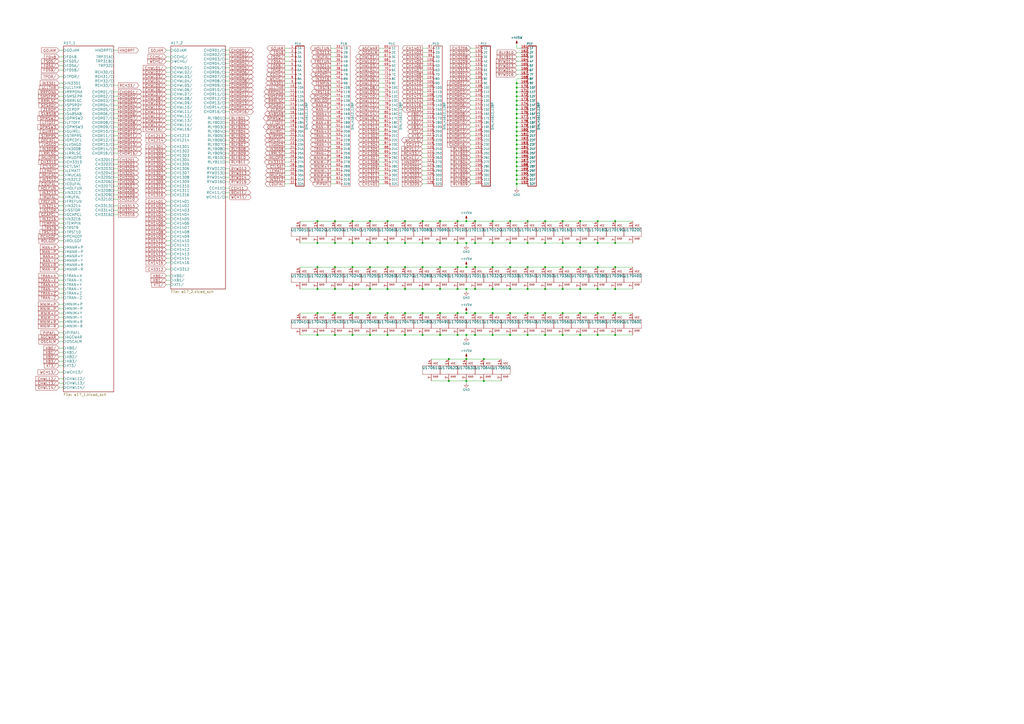
<source format=kicad_sch>
(kicad_sch (version 20211123) (generator eeschema)
  (paper "A2")
  (junction (at 260.35 208.28))
  (junction (at 194.31 128.27))
  (junction (at 299.72 78.74))
  (junction (at 299.72 48.26))
  (junction (at 270.51 154.94))
  (junction (at 270.51 140.97))
  (junction (at 204.47 194.31))
  (junction (at 194.31 181.61))
  (junction (at 326.39 154.94))
  (junction (at 184.15 154.94))
  (junction (at 184.15 194.31))
  (junction (at 306.07 140.97))
  (junction (at 346.71 167.64))
  (junction (at 234.95 194.31))
  (junction (at 299.72 91.44))
  (junction (at 346.71 128.27))
  (junction (at 265.43 140.97))
  (junction (at 245.11 194.31))
  (junction (at 204.47 154.94))
  (junction (at 346.71 140.97))
  (junction (at 326.39 194.31))
  (junction (at 184.15 167.64))
  (junction (at 299.72 55.88))
  (junction (at 265.43 181.61))
  (junction (at 299.72 96.52))
  (junction (at 299.72 81.28))
  (junction (at 285.75 194.31))
  (junction (at 224.79 140.97))
  (junction (at 270.51 128.27))
  (junction (at 234.95 140.97))
  (junction (at 214.63 167.64))
  (junction (at 299.72 63.5))
  (junction (at 306.07 181.61))
  (junction (at 285.75 154.94))
  (junction (at 214.63 140.97))
  (junction (at 356.87 167.64))
  (junction (at 316.23 140.97))
  (junction (at 295.91 181.61))
  (junction (at 285.75 140.97))
  (junction (at 275.59 140.97))
  (junction (at 245.11 128.27))
  (junction (at 275.59 128.27))
  (junction (at 270.51 167.64))
  (junction (at 234.95 128.27))
  (junction (at 295.91 167.64))
  (junction (at 299.72 93.98))
  (junction (at 299.72 99.06))
  (junction (at 234.95 154.94))
  (junction (at 224.79 167.64))
  (junction (at 275.59 167.64))
  (junction (at 224.79 128.27))
  (junction (at 326.39 181.61))
  (junction (at 299.72 58.42))
  (junction (at 295.91 194.31))
  (junction (at 214.63 128.27))
  (junction (at 214.63 154.94))
  (junction (at 270.51 208.28))
  (junction (at 255.27 128.27))
  (junction (at 316.23 128.27))
  (junction (at 184.15 140.97))
  (junction (at 336.55 167.64))
  (junction (at 280.67 220.98))
  (junction (at 316.23 154.94))
  (junction (at 204.47 128.27))
  (junction (at 245.11 154.94))
  (junction (at 299.72 83.82))
  (junction (at 270.51 194.31))
  (junction (at 255.27 167.64))
  (junction (at 326.39 140.97))
  (junction (at 295.91 154.94))
  (junction (at 285.75 181.61))
  (junction (at 214.63 194.31))
  (junction (at 285.75 128.27))
  (junction (at 316.23 167.64))
  (junction (at 299.72 104.14))
  (junction (at 204.47 181.61))
  (junction (at 255.27 154.94))
  (junction (at 356.87 194.31))
  (junction (at 356.87 154.94))
  (junction (at 299.72 60.96))
  (junction (at 299.72 53.34))
  (junction (at 346.71 181.61))
  (junction (at 194.31 140.97))
  (junction (at 306.07 128.27))
  (junction (at 326.39 167.64))
  (junction (at 224.79 194.31))
  (junction (at 299.72 68.58))
  (junction (at 336.55 140.97))
  (junction (at 299.72 101.6))
  (junction (at 299.72 106.68))
  (junction (at 306.07 167.64))
  (junction (at 204.47 167.64))
  (junction (at 265.43 154.94))
  (junction (at 275.59 194.31))
  (junction (at 299.72 66.04))
  (junction (at 285.75 167.64))
  (junction (at 184.15 181.61))
  (junction (at 270.51 181.61))
  (junction (at 234.95 181.61))
  (junction (at 270.51 220.98))
  (junction (at 194.31 194.31))
  (junction (at 295.91 140.97))
  (junction (at 346.71 194.31))
  (junction (at 299.72 73.66))
  (junction (at 299.72 76.2))
  (junction (at 356.87 128.27))
  (junction (at 265.43 194.31))
  (junction (at 316.23 194.31))
  (junction (at 224.79 181.61))
  (junction (at 336.55 181.61))
  (junction (at 275.59 154.94))
  (junction (at 306.07 154.94))
  (junction (at 275.59 181.61))
  (junction (at 194.31 167.64))
  (junction (at 336.55 194.31))
  (junction (at 184.15 128.27))
  (junction (at 336.55 128.27))
  (junction (at 326.39 128.27))
  (junction (at 299.72 71.12))
  (junction (at 204.47 140.97))
  (junction (at 245.11 167.64))
  (junction (at 306.07 194.31))
  (junction (at 280.67 208.28))
  (junction (at 356.87 140.97))
  (junction (at 255.27 194.31))
  (junction (at 299.72 88.9))
  (junction (at 255.27 140.97))
  (junction (at 316.23 181.61))
  (junction (at 265.43 167.64))
  (junction (at 295.91 128.27))
  (junction (at 194.31 154.94))
  (junction (at 260.35 220.98))
  (junction (at 299.72 86.36))
  (junction (at 224.79 154.94))
  (junction (at 214.63 181.61))
  (junction (at 356.87 181.61))
  (junction (at 255.27 181.61))
  (junction (at 265.43 128.27))
  (junction (at 234.95 167.64))
  (junction (at 346.71 154.94))
  (junction (at 245.11 140.97))
  (junction (at 245.11 181.61))
  (junction (at 336.55 154.94))
  (junction (at 299.72 50.8))
  (wire (pts (xy 275.59 96.52) (xy 273.05 96.52)))
  (wire (pts (xy 214.63 128.27) (xy 224.79 128.27)))
  (wire (pts (xy 316.23 128.27) (xy 326.39 128.27)))
  (wire (pts (xy 270.51 154.94) (xy 275.59 154.94)))
  (wire (pts (xy 346.71 194.31) (xy 356.87 194.31)))
  (wire (pts (xy 222.25 40.64) (xy 219.71 40.64)))
  (wire (pts (xy 299.72 71.12) (xy 302.26 71.12)))
  (wire (pts (xy 36.83 224.79) (xy 34.29 224.79)))
  (wire (pts (xy 270.51 207.01) (xy 270.51 208.28)))
  (wire (pts (xy 336.55 154.94) (xy 346.71 154.94)))
  (wire (pts (xy 167.64 78.74) (xy 165.1 78.74)))
  (wire (pts (xy 167.64 38.1) (xy 165.1 38.1)))
  (wire (pts (xy 130.81 34.29) (xy 133.35 34.29)))
  (wire (pts (xy 285.75 167.64) (xy 275.59 167.64)))
  (wire (pts (xy 36.83 119.38) (xy 34.29 119.38)))
  (wire (pts (xy 299.72 50.8) (xy 302.26 50.8)))
  (wire (pts (xy 299.72 53.34) (xy 299.72 55.88)))
  (wire (pts (xy 336.55 167.64) (xy 326.39 167.64)))
  (wire (pts (xy 167.64 58.42) (xy 165.1 58.42)))
  (wire (pts (xy 222.25 33.02) (xy 219.71 33.02)))
  (wire (pts (xy 299.72 78.74) (xy 299.72 81.28)))
  (wire (pts (xy 299.72 27.94) (xy 299.72 25.4)))
  (wire (pts (xy 194.31 58.42) (xy 191.77 58.42)))
  (wire (pts (xy 299.72 66.04) (xy 302.26 66.04)))
  (wire (pts (xy 222.25 50.8) (xy 219.71 50.8)))
  (wire (pts (xy 245.11 128.27) (xy 255.27 128.27)))
  (wire (pts (xy 222.25 58.42) (xy 219.71 58.42)))
  (wire (pts (xy 36.83 170.18) (xy 34.29 170.18)))
  (wire (pts (xy 36.83 55.88) (xy 34.29 55.88)))
  (wire (pts (xy 66.04 78.74) (xy 68.58 78.74)))
  (wire (pts (xy 36.83 139.7) (xy 34.29 139.7)))
  (wire (pts (xy 36.83 137.16) (xy 34.29 137.16)))
  (wire (pts (xy 194.31 43.18) (xy 191.77 43.18)))
  (wire (pts (xy 194.31 167.64) (xy 184.15 167.64)))
  (wire (pts (xy 222.25 81.28) (xy 219.71 81.28)))
  (wire (pts (xy 36.83 114.3) (xy 34.29 114.3)))
  (wire (pts (xy 36.83 151.13) (xy 34.29 151.13)))
  (wire (pts (xy 275.59 55.88) (xy 273.05 55.88)))
  (wire (pts (xy 66.04 86.36) (xy 68.58 86.36)))
  (wire (pts (xy 130.81 49.53) (xy 133.35 49.53)))
  (wire (pts (xy 36.83 179.07) (xy 34.29 179.07)))
  (wire (pts (xy 247.65 35.56) (xy 245.11 35.56)))
  (wire (pts (xy 194.31 93.98) (xy 191.77 93.98)))
  (wire (pts (xy 99.06 62.23) (xy 96.52 62.23)))
  (wire (pts (xy 214.63 154.94) (xy 224.79 154.94)))
  (wire (pts (xy 167.64 53.34) (xy 165.1 53.34)))
  (wire (pts (xy 285.75 181.61) (xy 275.59 181.61)))
  (wire (pts (xy 36.83 172.72) (xy 34.29 172.72)))
  (wire (pts (xy 245.11 181.61) (xy 234.95 181.61)))
  (wire (pts (xy 326.39 154.94) (xy 336.55 154.94)))
  (wire (pts (xy 194.31 128.27) (xy 204.47 128.27)))
  (wire (pts (xy 66.04 53.34) (xy 68.58 53.34)))
  (wire (pts (xy 316.23 194.31) (xy 326.39 194.31)))
  (wire (pts (xy 255.27 194.31) (xy 265.43 194.31)))
  (wire (pts (xy 36.83 212.09) (xy 34.29 212.09)))
  (wire (pts (xy 130.81 31.75) (xy 133.35 31.75)))
  (wire (pts (xy 302.26 38.1) (xy 299.72 38.1)))
  (wire (pts (xy 130.81 100.33) (xy 133.35 100.33)))
  (wire (pts (xy 99.06 121.92) (xy 96.52 121.92)))
  (wire (pts (xy 99.06 81.28) (xy 96.52 81.28)))
  (wire (pts (xy 194.31 101.6) (xy 191.77 101.6)))
  (wire (pts (xy 247.65 78.74) (xy 245.11 78.74)))
  (wire (pts (xy 130.81 46.99) (xy 133.35 46.99)))
  (wire (pts (xy 130.81 59.69) (xy 133.35 59.69)))
  (wire (pts (xy 99.06 142.24) (xy 96.52 142.24)))
  (wire (pts (xy 36.83 207.01) (xy 34.29 207.01)))
  (wire (pts (xy 99.06 144.78) (xy 96.52 144.78)))
  (wire (pts (xy 167.64 45.72) (xy 165.1 45.72)))
  (wire (pts (xy 222.25 106.68) (xy 219.71 106.68)))
  (wire (pts (xy 275.59 76.2) (xy 273.05 76.2)))
  (wire (pts (xy 66.04 107.95) (xy 68.58 107.95)))
  (wire (pts (xy 222.25 99.06) (xy 219.71 99.06)))
  (wire (pts (xy 130.81 54.61) (xy 133.35 54.61)))
  (wire (pts (xy 36.83 201.93) (xy 34.29 201.93)))
  (wire (pts (xy 66.04 83.82) (xy 68.58 83.82)))
  (wire (pts (xy 270.51 181.61) (xy 265.43 181.61)))
  (wire (pts (xy 260.35 208.28) (xy 250.19 208.28)))
  (wire (pts (xy 265.43 167.64) (xy 255.27 167.64)))
  (wire (pts (xy 204.47 194.31) (xy 214.63 194.31)))
  (wire (pts (xy 222.25 53.34) (xy 219.71 53.34)))
  (wire (pts (xy 66.04 113.03) (xy 68.58 113.03)))
  (wire (pts (xy 36.83 219.71) (xy 34.29 219.71)))
  (wire (pts (xy 167.64 76.2) (xy 165.1 76.2)))
  (wire (pts (xy 234.95 167.64) (xy 224.79 167.64)))
  (wire (pts (xy 66.04 63.5) (xy 68.58 63.5)))
  (wire (pts (xy 130.81 109.22) (xy 133.35 109.22)))
  (wire (pts (xy 66.04 115.57) (xy 68.58 115.57)))
  (wire (pts (xy 299.72 58.42) (xy 299.72 60.96)))
  (wire (pts (xy 270.51 167.64) (xy 265.43 167.64)))
  (wire (pts (xy 299.72 101.6) (xy 299.72 104.14)))
  (wire (pts (xy 99.06 137.16) (xy 96.52 137.16)))
  (wire (pts (xy 36.83 195.58) (xy 34.29 195.58)))
  (wire (pts (xy 280.67 220.98) (xy 290.83 220.98)))
  (wire (pts (xy 275.59 27.94) (xy 273.05 27.94)))
  (wire (pts (xy 275.59 78.74) (xy 273.05 78.74)))
  (wire (pts (xy 299.72 58.42) (xy 302.26 58.42)))
  (wire (pts (xy 204.47 154.94) (xy 214.63 154.94)))
  (wire (pts (xy 222.25 71.12) (xy 219.71 71.12)))
  (wire (pts (xy 222.25 55.88) (xy 219.71 55.88)))
  (wire (pts (xy 194.31 38.1) (xy 191.77 38.1)))
  (wire (pts (xy 247.65 81.28) (xy 245.11 81.28)))
  (wire (pts (xy 130.81 86.36) (xy 133.35 86.36)))
  (wire (pts (xy 222.25 63.5) (xy 219.71 63.5)))
  (wire (pts (xy 346.71 181.61) (xy 336.55 181.61)))
  (wire (pts (xy 99.06 52.07) (xy 96.52 52.07)))
  (wire (pts (xy 99.06 49.53) (xy 96.52 49.53)))
  (wire (pts (xy 270.51 140.97) (xy 270.51 142.24)))
  (wire (pts (xy 222.25 104.14) (xy 219.71 104.14)))
  (wire (pts (xy 194.31 91.44) (xy 191.77 91.44)))
  (wire (pts (xy 346.71 140.97) (xy 336.55 140.97)))
  (wire (pts (xy 36.83 127) (xy 34.29 127)))
  (wire (pts (xy 204.47 167.64) (xy 194.31 167.64)))
  (wire (pts (xy 356.87 140.97) (xy 346.71 140.97)))
  (wire (pts (xy 167.64 88.9) (xy 165.1 88.9)))
  (wire (pts (xy 130.81 93.98) (xy 133.35 93.98)))
  (wire (pts (xy 270.51 127) (xy 270.51 128.27)))
  (wire (pts (xy 214.63 194.31) (xy 224.79 194.31)))
  (wire (pts (xy 247.65 27.94) (xy 245.11 27.94)))
  (wire (pts (xy 299.72 73.66) (xy 299.72 76.2)))
  (wire (pts (xy 346.71 154.94) (xy 356.87 154.94)))
  (wire (pts (xy 275.59 99.06) (xy 273.05 99.06)))
  (wire (pts (xy 36.83 176.53) (xy 34.29 176.53)))
  (wire (pts (xy 194.31 35.56) (xy 191.77 35.56)))
  (wire (pts (xy 316.23 181.61) (xy 306.07 181.61)))
  (wire (pts (xy 99.06 113.03) (xy 96.52 113.03)))
  (wire (pts (xy 255.27 181.61) (xy 245.11 181.61)))
  (wire (pts (xy 130.81 71.12) (xy 133.35 71.12)))
  (wire (pts (xy 66.04 81.28) (xy 68.58 81.28)))
  (wire (pts (xy 173.99 194.31) (xy 184.15 194.31)))
  (wire (pts (xy 194.31 140.97) (xy 184.15 140.97)))
  (wire (pts (xy 247.65 43.18) (xy 245.11 43.18)))
  (wire (pts (xy 299.72 73.66) (xy 302.26 73.66)))
  (wire (pts (xy 299.72 60.96) (xy 299.72 63.5)))
  (wire (pts (xy 346.71 167.64) (xy 336.55 167.64)))
  (wire (pts (xy 194.31 50.8) (xy 191.77 50.8)))
  (wire (pts (xy 255.27 140.97) (xy 245.11 140.97)))
  (wire (pts (xy 247.65 50.8) (xy 245.11 50.8)))
  (wire (pts (xy 36.83 58.42) (xy 34.29 58.42)))
  (wire (pts (xy 194.31 45.72) (xy 191.77 45.72)))
  (wire (pts (xy 130.81 57.15) (xy 133.35 57.15)))
  (wire (pts (xy 66.04 29.21) (xy 68.58 29.21)))
  (wire (pts (xy 306.07 128.27) (xy 316.23 128.27)))
  (wire (pts (xy 275.59 140.97) (xy 270.51 140.97)))
  (wire (pts (xy 275.59 30.48) (xy 273.05 30.48)))
  (wire (pts (xy 326.39 181.61) (xy 316.23 181.61)))
  (wire (pts (xy 36.83 186.69) (xy 34.29 186.69)))
  (wire (pts (xy 99.06 147.32) (xy 96.52 147.32)))
  (wire (pts (xy 336.55 140.97) (xy 326.39 140.97)))
  (wire (pts (xy 167.64 60.96) (xy 165.1 60.96)))
  (wire (pts (xy 99.06 162.56) (xy 96.52 162.56)))
  (wire (pts (xy 167.64 96.52) (xy 165.1 96.52)))
  (wire (pts (xy 194.31 40.64) (xy 191.77 40.64)))
  (wire (pts (xy 36.83 121.92) (xy 34.29 121.92)))
  (wire (pts (xy 130.81 36.83) (xy 133.35 36.83)))
  (wire (pts (xy 247.65 91.44) (xy 245.11 91.44)))
  (wire (pts (xy 270.51 220.98) (xy 270.51 222.25)))
  (wire (pts (xy 130.81 81.28) (xy 133.35 81.28)))
  (wire (pts (xy 36.83 33.02) (xy 34.29 33.02)))
  (wire (pts (xy 130.81 62.23) (xy 133.35 62.23)))
  (wire (pts (xy 36.83 106.68) (xy 34.29 106.68)))
  (wire (pts (xy 167.64 48.26) (xy 165.1 48.26)))
  (wire (pts (xy 316.23 167.64) (xy 306.07 167.64)))
  (wire (pts (xy 99.06 74.93) (xy 96.52 74.93)))
  (wire (pts (xy 130.81 111.76) (xy 133.35 111.76)))
  (wire (pts (xy 66.04 49.53) (xy 68.58 49.53)))
  (wire (pts (xy 285.75 194.31) (xy 295.91 194.31)))
  (wire (pts (xy 99.06 110.49) (xy 96.52 110.49)))
  (wire (pts (xy 36.83 129.54) (xy 34.29 129.54)))
  (wire (pts (xy 66.04 55.88) (xy 68.58 55.88)))
  (wire (pts (xy 214.63 167.64) (xy 204.47 167.64)))
  (wire (pts (xy 275.59 38.1) (xy 273.05 38.1)))
  (wire (pts (xy 36.83 29.21) (xy 34.29 29.21)))
  (wire (pts (xy 222.25 35.56) (xy 219.71 35.56)))
  (wire (pts (xy 295.91 154.94) (xy 306.07 154.94)))
  (wire (pts (xy 299.72 86.36) (xy 302.26 86.36)))
  (wire (pts (xy 247.65 66.04) (xy 245.11 66.04)))
  (wire (pts (xy 66.04 88.9) (xy 68.58 88.9)))
  (wire (pts (xy 36.83 93.98) (xy 34.29 93.98)))
  (wire (pts (xy 36.83 38.1) (xy 34.29 38.1)))
  (wire (pts (xy 99.06 102.87) (xy 96.52 102.87)))
  (wire (pts (xy 275.59 40.64) (xy 273.05 40.64)))
  (wire (pts (xy 299.72 63.5) (xy 302.26 63.5)))
  (wire (pts (xy 36.83 209.55) (xy 34.29 209.55)))
  (wire (pts (xy 36.83 91.44) (xy 34.29 91.44)))
  (wire (pts (xy 222.25 48.26) (xy 219.71 48.26)))
  (wire (pts (xy 36.83 44.45) (xy 34.29 44.45)))
  (wire (pts (xy 194.31 194.31) (xy 204.47 194.31)))
  (wire (pts (xy 247.65 33.02) (xy 245.11 33.02)))
  (wire (pts (xy 299.72 91.44) (xy 302.26 91.44)))
  (wire (pts (xy 275.59 88.9) (xy 273.05 88.9)))
  (wire (pts (xy 194.31 55.88) (xy 191.77 55.88)))
  (wire (pts (xy 299.72 50.8) (xy 299.72 53.34)))
  (wire (pts (xy 299.72 48.26) (xy 302.26 48.26)))
  (wire (pts (xy 173.99 154.94) (xy 184.15 154.94)))
  (wire (pts (xy 99.06 92.71) (xy 96.52 92.71)))
  (wire (pts (xy 247.65 88.9) (xy 245.11 88.9)))
  (wire (pts (xy 316.23 154.94) (xy 326.39 154.94)))
  (wire (pts (xy 66.04 76.2) (xy 68.58 76.2)))
  (wire (pts (xy 167.64 104.14) (xy 165.1 104.14)))
  (wire (pts (xy 234.95 140.97) (xy 224.79 140.97)))
  (wire (pts (xy 99.06 116.84) (xy 96.52 116.84)))
  (wire (pts (xy 99.06 129.54) (xy 96.52 129.54)))
  (wire (pts (xy 275.59 83.82) (xy 273.05 83.82)))
  (wire (pts (xy 255.27 154.94) (xy 265.43 154.94)))
  (wire (pts (xy 290.83 208.28) (xy 280.67 208.28)))
  (wire (pts (xy 255.27 167.64) (xy 245.11 167.64)))
  (wire (pts (xy 367.03 167.64) (xy 356.87 167.64)))
  (wire (pts (xy 130.81 105.41) (xy 133.35 105.41)))
  (wire (pts (xy 66.04 119.38) (xy 68.58 119.38)))
  (wire (pts (xy 326.39 194.31) (xy 336.55 194.31)))
  (wire (pts (xy 194.31 76.2) (xy 191.77 76.2)))
  (wire (pts (xy 326.39 128.27) (xy 336.55 128.27)))
  (wire (pts (xy 270.51 180.34) (xy 270.51 181.61)))
  (wire (pts (xy 302.26 33.02) (xy 299.72 33.02)))
  (wire (pts (xy 222.25 73.66) (xy 219.71 73.66)))
  (wire (pts (xy 222.25 86.36) (xy 219.71 86.36)))
  (wire (pts (xy 299.72 68.58) (xy 299.72 71.12)))
  (wire (pts (xy 194.31 27.94) (xy 191.77 27.94)))
  (wire (pts (xy 270.51 140.97) (xy 265.43 140.97)))
  (wire (pts (xy 167.64 101.6) (xy 165.1 101.6)))
  (wire (pts (xy 222.25 76.2) (xy 219.71 76.2)))
  (wire (pts (xy 173.99 128.27) (xy 184.15 128.27)))
  (wire (pts (xy 270.51 208.28) (xy 260.35 208.28)))
  (wire (pts (xy 99.06 39.37) (xy 96.52 39.37)))
  (wire (pts (xy 224.79 181.61) (xy 214.63 181.61)))
  (wire (pts (xy 247.65 40.64) (xy 245.11 40.64)))
  (wire (pts (xy 167.64 55.88) (xy 165.1 55.88)))
  (wire (pts (xy 356.87 128.27) (xy 367.03 128.27)))
  (wire (pts (xy 234.95 154.94) (xy 245.11 154.94)))
  (wire (pts (xy 36.83 111.76) (xy 34.29 111.76)))
  (wire (pts (xy 265.43 140.97) (xy 255.27 140.97)))
  (wire (pts (xy 66.04 58.42) (xy 68.58 58.42)))
  (wire (pts (xy 247.65 86.36) (xy 245.11 86.36)))
  (wire (pts (xy 167.64 83.82) (xy 165.1 83.82)))
  (wire (pts (xy 167.64 91.44) (xy 165.1 91.44)))
  (wire (pts (xy 66.04 100.33) (xy 68.58 100.33)))
  (wire (pts (xy 36.83 193.04) (xy 34.29 193.04)))
  (wire (pts (xy 247.65 48.26) (xy 245.11 48.26)))
  (wire (pts (xy 99.06 100.33) (xy 96.52 100.33)))
  (wire (pts (xy 367.03 140.97) (xy 356.87 140.97)))
  (wire (pts (xy 36.83 76.2) (xy 34.29 76.2)))
  (wire (pts (xy 194.31 53.34) (xy 191.77 53.34)))
  (wire (pts (xy 99.06 132.08) (xy 96.52 132.08)))
  (wire (pts (xy 302.26 35.56) (xy 299.72 35.56)))
  (wire (pts (xy 99.06 78.74) (xy 96.52 78.74)))
  (wire (pts (xy 36.83 81.28) (xy 34.29 81.28)))
  (wire (pts (xy 130.81 102.87) (xy 133.35 102.87)))
  (wire (pts (xy 247.65 68.58) (xy 245.11 68.58)))
  (wire (pts (xy 36.83 68.58) (xy 34.29 68.58)))
  (wire (pts (xy 299.72 106.68) (xy 302.26 106.68)))
  (wire (pts (xy 99.06 139.7) (xy 96.52 139.7)))
  (wire (pts (xy 234.95 181.61) (xy 224.79 181.61)))
  (wire (pts (xy 167.64 99.06) (xy 165.1 99.06)))
  (wire (pts (xy 275.59 128.27) (xy 285.75 128.27)))
  (wire (pts (xy 222.25 68.58) (xy 219.71 68.58)))
  (wire (pts (xy 275.59 104.14) (xy 273.05 104.14)))
  (wire (pts (xy 299.72 104.14) (xy 299.72 106.68)))
  (wire (pts (xy 99.06 35.56) (xy 96.52 35.56)))
  (wire (pts (xy 130.81 64.77) (xy 133.35 64.77)))
  (wire (pts (xy 36.83 198.12) (xy 34.29 198.12)))
  (wire (pts (xy 167.64 50.8) (xy 165.1 50.8)))
  (wire (pts (xy 194.31 86.36) (xy 191.77 86.36)))
  (wire (pts (xy 194.31 78.74) (xy 191.77 78.74)))
  (wire (pts (xy 275.59 33.02) (xy 273.05 33.02)))
  (wire (pts (xy 247.65 96.52) (xy 245.11 96.52)))
  (wire (pts (xy 299.72 53.34) (xy 302.26 53.34)))
  (wire (pts (xy 275.59 53.34) (xy 273.05 53.34)))
  (wire (pts (xy 99.06 160.02) (xy 96.52 160.02)))
  (wire (pts (xy 99.06 46.99) (xy 96.52 46.99)))
  (wire (pts (xy 299.72 60.96) (xy 302.26 60.96)))
  (wire (pts (xy 36.83 156.21) (xy 34.29 156.21)))
  (wire (pts (xy 167.64 68.58) (xy 165.1 68.58)))
  (wire (pts (xy 275.59 93.98) (xy 273.05 93.98)))
  (wire (pts (xy 167.64 27.94) (xy 165.1 27.94)))
  (wire (pts (xy 194.31 88.9) (xy 191.77 88.9)))
  (wire (pts (xy 299.72 81.28) (xy 302.26 81.28)))
  (wire (pts (xy 250.19 220.98) (xy 260.35 220.98)))
  (wire (pts (xy 99.06 41.91) (xy 96.52 41.91)))
  (wire (pts (xy 99.06 149.86) (xy 96.52 149.86)))
  (wire (pts (xy 270.51 153.67) (xy 270.51 154.94)))
  (wire (pts (xy 222.25 27.94) (xy 219.71 27.94)))
  (wire (pts (xy 167.64 81.28) (xy 165.1 81.28)))
  (wire (pts (xy 275.59 106.68) (xy 273.05 106.68)))
  (wire (pts (xy 184.15 128.27) (xy 194.31 128.27)))
  (wire (pts (xy 36.83 134.62) (xy 34.29 134.62)))
  (wire (pts (xy 285.75 140.97) (xy 275.59 140.97)))
  (wire (pts (xy 99.06 156.21) (xy 96.52 156.21)))
  (wire (pts (xy 265.43 154.94) (xy 270.51 154.94)))
  (wire (pts (xy 99.06 97.79) (xy 96.52 97.79)))
  (wire (pts (xy 36.83 86.36) (xy 34.29 86.36)))
  (wire (pts (xy 299.72 106.68) (xy 299.72 109.22)))
  (wire (pts (xy 247.65 30.48) (xy 245.11 30.48)))
  (wire (pts (xy 130.81 114.3) (xy 133.35 114.3)))
  (wire (pts (xy 356.87 167.64) (xy 346.71 167.64)))
  (wire (pts (xy 247.65 104.14) (xy 245.11 104.14)))
  (wire (pts (xy 99.06 134.62) (xy 96.52 134.62)))
  (wire (pts (xy 222.25 38.1) (xy 219.71 38.1)))
  (wire (pts (xy 36.83 53.34) (xy 34.29 53.34)))
  (wire (pts (xy 275.59 71.12) (xy 273.05 71.12)))
  (wire (pts (xy 306.07 140.97) (xy 295.91 140.97)))
  (wire (pts (xy 194.31 48.26) (xy 191.77 48.26)))
  (wire (pts (xy 222.25 30.48) (xy 219.71 30.48)))
  (wire (pts (xy 336.55 128.27) (xy 346.71 128.27)))
  (wire (pts (xy 184.15 194.31) (xy 194.31 194.31)))
  (wire (pts (xy 265.43 194.31) (xy 270.51 194.31)))
  (wire (pts (xy 270.51 167.64) (xy 270.51 168.91)))
  (wire (pts (xy 245.11 194.31) (xy 255.27 194.31)))
  (wire (pts (xy 245.11 154.94) (xy 255.27 154.94)))
  (wire (pts (xy 299.72 63.5) (xy 299.72 66.04)))
  (wire (pts (xy 222.25 45.72) (xy 219.71 45.72)))
  (wire (pts (xy 255.27 128.27) (xy 265.43 128.27)))
  (wire (pts (xy 270.51 194.31) (xy 270.51 195.58)))
  (wire (pts (xy 99.06 57.15) (xy 96.52 57.15)))
  (wire (pts (xy 194.31 81.28) (xy 191.77 81.28)))
  (wire (pts (xy 99.06 64.77) (xy 96.52 64.77)))
  (wire (pts (xy 247.65 45.72) (xy 245.11 45.72)))
  (wire (pts (xy 247.65 93.98) (xy 245.11 93.98)))
  (wire (pts (xy 36.83 35.56) (xy 34.29 35.56)))
  (wire (pts (xy 66.04 66.04) (xy 68.58 66.04)))
  (wire (pts (xy 99.06 33.02) (xy 96.52 33.02)))
  (wire (pts (xy 194.31 73.66) (xy 191.77 73.66)))
  (wire (pts (xy 270.51 220.98) (xy 280.67 220.98)))
  (wire (pts (xy 99.06 44.45) (xy 96.52 44.45)))
  (wire (pts (xy 222.25 83.82) (xy 219.71 83.82)))
  (wire (pts (xy 36.83 73.66) (xy 34.29 73.66)))
  (wire (pts (xy 99.06 165.1) (xy 96.52 165.1)))
  (wire (pts (xy 299.72 91.44) (xy 299.72 93.98)))
  (wire (pts (xy 316.23 140.97) (xy 306.07 140.97)))
  (wire (pts (xy 214.63 181.61) (xy 204.47 181.61)))
  (wire (pts (xy 66.04 97.79) (xy 68.58 97.79)))
  (wire (pts (xy 130.81 73.66) (xy 133.35 73.66)))
  (wire (pts (xy 367.03 181.61) (xy 356.87 181.61)))
  (wire (pts (xy 285.75 154.94) (xy 295.91 154.94)))
  (wire (pts (xy 275.59 154.94) (xy 285.75 154.94)))
  (wire (pts (xy 326.39 167.64) (xy 316.23 167.64)))
  (wire (pts (xy 167.64 30.48) (xy 165.1 30.48)))
  (wire (pts (xy 167.64 40.64) (xy 165.1 40.64)))
  (wire (pts (xy 167.64 73.66) (xy 165.1 73.66)))
  (wire (pts (xy 275.59 167.64) (xy 270.51 167.64)))
  (wire (pts (xy 299.72 93.98) (xy 299.72 96.52)))
  (wire (pts (xy 260.35 220.98) (xy 270.51 220.98)))
  (wire (pts (xy 36.83 116.84) (xy 34.29 116.84)))
  (wire (pts (xy 99.06 72.39) (xy 96.52 72.39)))
  (wire (pts (xy 167.64 43.18) (xy 165.1 43.18)))
  (wire (pts (xy 130.81 39.37) (xy 133.35 39.37)))
  (wire (pts (xy 66.04 60.96) (xy 68.58 60.96)))
  (wire (pts (xy 204.47 128.27) (xy 214.63 128.27)))
  (wire (pts (xy 36.83 153.67) (xy 34.29 153.67)))
  (wire (pts (xy 66.04 73.66) (xy 68.58 73.66)))
  (wire (pts (xy 99.06 107.95) (xy 96.52 107.95)))
  (wire (pts (xy 99.06 95.25) (xy 96.52 95.25)))
  (wire (pts (xy 222.25 88.9) (xy 219.71 88.9)))
  (wire (pts (xy 299.72 48.26) (xy 299.72 50.8)))
  (wire (pts (xy 167.64 86.36) (xy 165.1 86.36)))
  (wire (pts (xy 275.59 194.31) (xy 285.75 194.31)))
  (wire (pts (xy 245.11 167.64) (xy 234.95 167.64)))
  (wire (pts (xy 224.79 154.94) (xy 234.95 154.94)))
  (wire (pts (xy 99.06 69.85) (xy 96.52 69.85)))
  (wire (pts (xy 356.87 181.61) (xy 346.71 181.61)))
  (wire (pts (xy 36.83 71.12) (xy 34.29 71.12)))
  (wire (pts (xy 130.81 78.74) (xy 133.35 78.74)))
  (wire (pts (xy 247.65 38.1) (xy 245.11 38.1)))
  (wire (pts (xy 36.83 132.08) (xy 34.29 132.08)))
  (wire (pts (xy 66.04 68.58) (xy 68.58 68.58)))
  (wire (pts (xy 306.07 154.94) (xy 316.23 154.94)))
  (wire (pts (xy 184.15 140.97) (xy 173.99 140.97)))
  (wire (pts (xy 36.83 184.15) (xy 34.29 184.15)))
  (wire (pts (xy 326.39 140.97) (xy 316.23 140.97)))
  (wire (pts (xy 295.91 181.61) (xy 285.75 181.61)))
  (wire (pts (xy 299.72 66.04) (xy 299.72 68.58)))
  (wire (pts (xy 167.64 33.02) (xy 165.1 33.02)))
  (wire (pts (xy 36.83 48.26) (xy 34.29 48.26)))
  (wire (pts (xy 36.83 222.25) (xy 34.29 222.25)))
  (wire (pts (xy 204.47 140.97) (xy 194.31 140.97)))
  (wire (pts (xy 224.79 167.64) (xy 214.63 167.64)))
  (wire (pts (xy 275.59 181.61) (xy 270.51 181.61)))
  (wire (pts (xy 36.83 181.61) (xy 34.29 181.61)))
  (wire (pts (xy 99.06 119.38) (xy 96.52 119.38)))
  (wire (pts (xy 299.72 81.28) (xy 299.72 83.82)))
  (wire (pts (xy 299.72 99.06) (xy 299.72 101.6)))
  (wire (pts (xy 247.65 71.12) (xy 245.11 71.12)))
  (wire (pts (xy 247.65 101.6) (xy 245.11 101.6)))
  (wire (pts (xy 36.83 63.5) (xy 34.29 63.5)))
  (wire (pts (xy 299.72 55.88) (xy 302.26 55.88)))
  (wire (pts (xy 36.83 96.52) (xy 34.29 96.52)))
  (wire (pts (xy 36.83 165.1) (xy 34.29 165.1)))
  (wire (pts (xy 194.31 96.52) (xy 191.77 96.52)))
  (wire (pts (xy 234.95 128.27) (xy 245.11 128.27)))
  (wire (pts (xy 275.59 60.96) (xy 273.05 60.96)))
  (wire (pts (xy 336.55 194.31) (xy 346.71 194.31)))
  (wire (pts (xy 36.83 124.46) (xy 34.29 124.46)))
  (wire (pts (xy 204.47 181.61) (xy 194.31 181.61)))
  (wire (pts (xy 36.83 215.9) (xy 34.29 215.9)))
  (wire (pts (xy 184.15 154.94) (xy 194.31 154.94)))
  (wire (pts (xy 247.65 99.06) (xy 245.11 99.06)))
  (wire (pts (xy 36.83 78.74) (xy 34.29 78.74)))
  (wire (pts (xy 247.65 60.96) (xy 245.11 60.96)))
  (wire (pts (xy 194.31 83.82) (xy 191.77 83.82)))
  (wire (pts (xy 299.72 88.9) (xy 302.26 88.9)))
  (wire (pts (xy 299.72 45.72) (xy 299.72 48.26)))
  (wire (pts (xy 99.06 67.31) (xy 96.52 67.31)))
  (wire (pts (xy 275.59 58.42) (xy 273.05 58.42)))
  (wire (pts (xy 299.72 76.2) (xy 299.72 78.74)))
  (wire (pts (xy 99.06 87.63) (xy 96.52 87.63)))
  (wire (pts (xy 36.83 101.6) (xy 34.29 101.6)))
  (wire (pts (xy 299.72 96.52) (xy 302.26 96.52)))
  (wire (pts (xy 299.72 45.72) (xy 302.26 45.72)))
  (wire (pts (xy 167.64 66.04) (xy 165.1 66.04)))
  (wire (pts (xy 275.59 68.58) (xy 273.05 68.58)))
  (wire (pts (xy 270.51 128.27) (xy 275.59 128.27)))
  (wire (pts (xy 222.25 78.74) (xy 219.71 78.74)))
  (wire (pts (xy 299.72 93.98) (xy 302.26 93.98)))
  (wire (pts (xy 167.64 35.56) (xy 165.1 35.56)))
  (wire (pts (xy 66.04 95.25) (xy 68.58 95.25)))
  (wire (pts (xy 247.65 63.5) (xy 245.11 63.5)))
  (wire (pts (xy 247.65 55.88) (xy 245.11 55.88)))
  (wire (pts (xy 299.72 68.58) (xy 302.26 68.58)))
  (wire (pts (xy 99.06 124.46) (xy 96.52 124.46)))
  (wire (pts (xy 36.83 204.47) (xy 34.29 204.47)))
  (wire (pts (xy 130.81 44.45) (xy 133.35 44.45)))
  (wire (pts (xy 234.95 194.31) (xy 245.11 194.31)))
  (wire (pts (xy 299.72 71.12) (xy 299.72 73.66)))
  (wire (pts (xy 299.72 88.9) (xy 299.72 91.44)))
  (wire (pts (xy 194.31 66.04) (xy 191.77 66.04)))
  (wire (pts (xy 130.81 97.79) (xy 133.35 97.79)))
  (wire (pts (xy 167.64 71.12) (xy 165.1 71.12)))
  (wire (pts (xy 36.83 148.59) (xy 34.29 148.59)))
  (wire (pts (xy 222.25 43.18) (xy 219.71 43.18)))
  (wire (pts (xy 214.63 140.97) (xy 204.47 140.97)))
  (wire (pts (xy 194.31 68.58) (xy 191.77 68.58)))
  (wire (pts (xy 275.59 101.6) (xy 273.05 101.6)))
  (wire (pts (xy 184.15 181.61) (xy 173.99 181.61)))
  (wire (pts (xy 280.67 208.28) (xy 270.51 208.28)))
  (wire (pts (xy 306.07 181.61) (xy 295.91 181.61)))
  (wire (pts (xy 275.59 66.04) (xy 273.05 66.04)))
  (wire (pts (xy 36.83 104.14) (xy 34.29 104.14)))
  (wire (pts (xy 247.65 76.2) (xy 245.11 76.2)))
  (wire (pts (xy 66.04 92.71) (xy 68.58 92.71)))
  (wire (pts (xy 275.59 43.18) (xy 273.05 43.18)))
  (wire (pts (xy 222.25 60.96) (xy 219.71 60.96)))
  (wire (pts (xy 194.31 33.02) (xy 191.77 33.02)))
  (wire (pts (xy 36.83 167.64) (xy 34.29 167.64)))
  (wire (pts (xy 356.87 154.94) (xy 367.03 154.94)))
  (wire (pts (xy 224.79 140.97) (xy 214.63 140.97)))
  (wire (pts (xy 130.81 88.9) (xy 133.35 88.9)))
  (wire (pts (xy 130.81 52.07) (xy 133.35 52.07)))
  (wire (pts (xy 299.72 96.52) (xy 299.72 99.06)))
  (wire (pts (xy 99.06 54.61) (xy 96.52 54.61)))
  (wire (pts (xy 306.07 167.64) (xy 295.91 167.64)))
  (wire (pts (xy 265.43 128.27) (xy 270.51 128.27)))
  (wire (pts (xy 302.26 27.94) (xy 299.72 27.94)))
  (wire (pts (xy 265.43 181.61) (xy 255.27 181.61)))
  (wire (pts (xy 299.72 55.88) (xy 299.72 58.42)))
  (wire (pts (xy 247.65 83.82) (xy 245.11 83.82)))
  (wire (pts (xy 130.81 83.82) (xy 133.35 83.82)))
  (wire (pts (xy 194.31 154.94) (xy 204.47 154.94)))
  (wire (pts (xy 299.72 101.6) (xy 302.26 101.6)))
  (wire (pts (xy 194.31 60.96) (xy 191.77 60.96)))
  (wire (pts (xy 302.26 43.18) (xy 299.72 43.18)))
  (wire (pts (xy 194.31 99.06) (xy 191.77 99.06)))
  (wire (pts (xy 222.25 96.52) (xy 219.71 96.52)))
  (wire (pts (xy 295.91 167.64) (xy 285.75 167.64)))
  (wire (pts (xy 194.31 181.61) (xy 184.15 181.61)))
  (wire (pts (xy 66.04 124.46) (xy 68.58 124.46)))
  (wire (pts (xy 130.81 91.44) (xy 133.35 91.44)))
  (wire (pts (xy 299.72 83.82) (xy 302.26 83.82)))
  (wire (pts (xy 36.83 83.82) (xy 34.29 83.82)))
  (wire (pts (xy 299.72 83.82) (xy 299.72 86.36)))
  (wire (pts (xy 194.31 71.12) (xy 191.77 71.12)))
  (wire (pts (xy 130.81 29.21) (xy 133.35 29.21)))
  (wire (pts (xy 36.83 60.96) (xy 34.29 60.96)))
  (wire (pts (xy 224.79 128.27) (xy 234.95 128.27)))
  (wire (pts (xy 299.72 86.36) (xy 299.72 88.9)))
  (wire (pts (xy 222.25 91.44) (xy 219.71 91.44)))
  (wire (pts (xy 99.06 127) (xy 96.52 127)))
  (wire (pts (xy 66.04 71.12) (xy 68.58 71.12)))
  (wire (pts (xy 299.72 104.14) (xy 302.26 104.14)))
  (wire (pts (xy 167.64 93.98) (xy 165.1 93.98)))
  (wire (pts (xy 346.71 128.27) (xy 356.87 128.27)))
  (wire (pts (xy 36.83 146.05) (xy 34.29 146.05)))
  (wire (pts (xy 130.81 76.2) (xy 133.35 76.2)))
  (wire (pts (xy 299.72 99.06) (xy 302.26 99.06)))
  (wire (pts (xy 275.59 63.5) (xy 273.05 63.5)))
  (wire (pts (xy 306.07 194.31) (xy 316.23 194.31)))
  (wire (pts (xy 224.79 194.31) (xy 234.95 194.31)))
  (wire (pts (xy 99.06 90.17) (xy 96.52 90.17)))
  (wire (pts (xy 222.25 66.04) (xy 219.71 66.04)))
  (wire (pts (xy 36.83 50.8) (xy 34.29 50.8)))
  (wire (pts (xy 245.11 140.97) (xy 234.95 140.97)))
  (wire (pts (xy 36.83 40.64) (xy 34.29 40.64)))
  (wire (pts (xy 285.75 128.27) (xy 295.91 128.27)))
  (wire (pts (xy 99.06 85.09) (xy 96.52 85.09)))
  (wire (pts (xy 194.31 30.48) (xy 191.77 30.48)))
  (wire (pts (xy 130.81 41.91) (xy 133.35 41.91)))
  (wire (pts (xy 99.06 105.41) (xy 96.52 105.41)))
  (wire (pts (xy 247.65 73.66) (xy 245.11 73.66)))
  (wire (pts (xy 275.59 35.56) (xy 273.05 35.56)))
  (wire (pts (xy 295.91 140.97) (xy 285.75 140.97)))
  (wire (pts (xy 270.51 194.31) (xy 275.59 194.31)))
  (wire (pts (xy 99.06 29.21) (xy 96.52 29.21)))
  (wire (pts (xy 275.59 50.8) (xy 273.05 50.8)))
  (wire (pts (xy 194.31 104.14) (xy 191.77 104.14)))
  (wire (pts (xy 66.04 105.41) (xy 68.58 105.41)))
  (wire (pts (xy 222.25 101.6) (xy 219.71 101.6)))
  (wire (pts (xy 356.87 194.31) (xy 367.03 194.31)))
  (wire (pts (xy 36.83 88.9) (xy 34.29 88.9)))
  (wire (pts (xy 275.59 91.44) (xy 273.05 91.44)))
  (wire (pts (xy 36.83 109.22) (xy 34.29 109.22)))
  (wire (pts (xy 36.83 189.23) (xy 34.29 189.23)))
  (wire (pts (xy 299.72 78.74) (xy 302.26 78.74)))
  (wire (pts (xy 295.91 194.31) (xy 306.07 194.31)))
  (wire (pts (xy 66.04 102.87) (xy 68.58 102.87)))
  (wire (pts (xy 184.15 167.64) (xy 173.99 167.64)))
  (wire (pts (xy 36.83 162.56) (xy 34.29 162.56)))
  (wire (pts (xy 275.59 86.36) (xy 273.05 86.36)))
  (wire (pts (xy 66.04 110.49) (xy 68.58 110.49)))
  (wire (pts (xy 275.59 73.66) (xy 273.05 73.66)))
  (wire (pts (xy 275.59 81.28) (xy 273.05 81.28)))
  (wire (pts (xy 222.25 93.98) (xy 219.71 93.98)))
  (wire (pts (xy 194.31 63.5) (xy 191.77 63.5)))
  (wire (pts (xy 36.83 66.04) (xy 34.29 66.04)))
  (wire (pts (xy 36.83 160.02) (xy 34.29 160.02)))
  (wire (pts (xy 302.26 30.48) (xy 299.72 30.48)))
  (wire (pts (xy 302.26 40.64) (xy 299.72 40.64)))
  (wire (pts (xy 194.31 106.68) (xy 191.77 106.68)))
  (wire (pts (xy 275.59 48.26) (xy 273.05 48.26)))
  (wire (pts (xy 167.64 106.68) (xy 165.1 106.68)))
  (wire (pts (xy 99.06 59.69) (xy 96.52 59.69)))
  (wire (pts (xy 336.55 181.61) (xy 326.39 181.61)))
  (wire (pts (xy 299.72 76.2) (xy 302.26 76.2)))
  (wire (pts (xy 36.83 143.51) (xy 34.29 143.51)))
  (wire (pts (xy 247.65 106.68) (xy 245.11 106.68)))
  (wire (pts (xy 66.04 121.92) (xy 68.58 121.92)))
  (wire (pts (xy 167.64 63.5) (xy 165.1 63.5)))
  (wire (pts (xy 247.65 53.34) (xy 245.11 53.34)))
  (wire (pts (xy 99.06 152.4) (xy 96.52 152.4)))
  (wire (pts (xy 247.65 58.42) (xy 245.11 58.42)))
  (wire (pts (xy 275.59 45.72) (xy 273.05 45.72)))
  (wire (pts (xy 295.91 128.27) (xy 306.07 128.27)))
  (wire (pts (xy 130.81 68.58) (xy 133.35 68.58)))
  (wire (pts (xy 36.83 99.06) (xy 34.29 99.06)))
  (global_label "CH3208" (shape input) (at 273.05 33.02 180) (effects (font (size 1.524 1.524))) (property "Referenzen zwischen Schaltplänen" "${INTERSHEET_REFS}" (effects hide)))
  (global_label "MAN+R" (shape input) (at 34.29 153.67 180) (effects (font (size 1.524 1.524))) (property "Referenzen zwischen Schaltplänen" "${INTERSHEET_REFS}" (effects hide)))
  (global_label "CH1309" (shape output) (at 219.71 96.52 180) (effects (font (size 1.524 1.524))) (property "Referenzen zwischen Schaltplänen" "${INTERSHEET_REFS}" (effects hide)))
  (global_label "HNDRPT" (shape input) (at 245.11 93.98 180) (effects (font (size 1.524 1.524))) (property "Referenzen zwischen Schaltplänen" "${INTERSHEET_REFS}" (effects hide)))
  (global_label "CHOR10/" (shape output) (at 133.35 52.07 0) (effects (font (size 1.524 1.524))) (property "Referenzen zwischen Schaltplänen" "${INTERSHEET_REFS}" (effects hide)))
  (global_label "CHOR05/" (shape input) (at 273.05 58.42 180) (effects (font (size 1.524 1.524))) (property "Referenzen zwischen Schaltplänen" "${INTERSHEET_REFS}" (effects hide)))
  (global_label "CH1303" (shape input) (at 96.52 90.17 180) (effects (font (size 1.524 1.524))) (property "Referenzen zwischen Schaltplänen" "${INTERSHEET_REFS}" (effects hide)))
  (global_label "MAN+Y" (shape output) (at 191.77 66.04 180) (effects (font (size 1.524 1.524))) (property "Referenzen zwischen Schaltplänen" "${INTERSHEET_REFS}" (effects hide)))
  (global_label "CH1402" (shape input) (at 96.52 119.38 180) (effects (font (size 1.524 1.524))) (property "Referenzen zwischen Schaltplänen" "${INTERSHEET_REFS}" (effects hide)))
  (global_label "CH3205" (shape output) (at 68.58 102.87 0) (effects (font (size 1.524 1.524))) (property "Referenzen zwischen Schaltplänen" "${INTERSHEET_REFS}" (effects hide)))
  (global_label "CH1301" (shape input) (at 96.52 85.09 180) (effects (font (size 1.524 1.524))) (property "Referenzen zwischen Schaltplänen" "${INTERSHEET_REFS}" (effects hide)))
  (global_label "IN3212" (shape input) (at 34.29 104.14 180) (effects (font (size 1.524 1.524))) (property "Referenzen zwischen Schaltplänen" "${INTERSHEET_REFS}" (effects hide)))
  (global_label "GCAPCL" (shape input) (at 34.29 124.46 180) (effects (font (size 1.524 1.524))) (property "Referenzen zwischen Schaltplänen" "${INTERSHEET_REFS}" (effects hide)))
  (global_label "CH1213" (shape input) (at 96.52 78.74 180) (effects (font (size 1.524 1.524))) (property "Referenzen zwischen Schaltplänen" "${INTERSHEET_REFS}" (effects hide)))
  (global_label "CDUFAL" (shape output) (at 165.1 106.68 180) (effects (font (size 1.524 1.524))) (property "Referenzen zwischen Schaltplänen" "${INTERSHEET_REFS}" (effects hide)))
  (global_label "SPSRDY" (shape input) (at 34.29 60.96 180) (effects (font (size 1.524 1.524))) (property "Referenzen zwischen Schaltplänen" "${INTERSHEET_REFS}" (effects hide)))
  (global_label "MAN+Y" (shape input) (at 34.29 148.59 180) (effects (font (size 1.524 1.524))) (property "Referenzen zwischen Schaltplänen" "${INTERSHEET_REFS}" (effects hide)))
  (global_label "LFTOFF" (shape output) (at 165.1 71.12 180) (effects (font (size 1.524 1.524))) (property "Referenzen zwischen Schaltplänen" "${INTERSHEET_REFS}" (effects hide)))
  (global_label "ULLTHR" (shape input) (at 34.29 50.8 180) (effects (font (size 1.524 1.524))) (property "Referenzen zwischen Schaltplänen" "${INTERSHEET_REFS}" (effects hide)))
  (global_label "RLYB10" (shape output) (at 133.35 91.44 0) (effects (font (size 1.524 1.524))) (property "Referenzen zwischen Schaltplänen" "${INTERSHEET_REFS}" (effects hide)))
  (global_label "CH3209" (shape output) (at 68.58 113.03 0) (effects (font (size 1.524 1.524))) (property "Referenzen zwischen Schaltplänen" "${INTERSHEET_REFS}" (effects hide)))
  (global_label "CH1414" (shape input) (at 96.52 149.86 180) (effects (font (size 1.524 1.524))) (property "Referenzen zwischen Schaltplänen" "${INTERSHEET_REFS}" (effects hide)))
  (global_label "RYWD14" (shape input) (at 299.72 40.64 180) (effects (font (size 1.524 1.524))) (property "Referenzen zwischen Schaltplänen" "${INTERSHEET_REFS}" (effects hide)))
  (global_label "CHOR11/" (shape input) (at 273.05 73.66 180) (effects (font (size 1.524 1.524))) (property "Referenzen zwischen Schaltplänen" "${INTERSHEET_REFS}" (effects hide)))
  (global_label "CHWL11/" (shape output) (at 219.71 58.42 180) (effects (font (size 1.524 1.524))) (property "Referenzen zwischen Schaltplänen" "${INTERSHEET_REFS}" (effects hide)))
  (global_label "CHOR07/" (shape input) (at 273.05 63.5 180) (effects (font (size 1.524 1.524))) (property "Referenzen zwischen Schaltplänen" "${INTERSHEET_REFS}" (effects hide)))
  (global_label "WCH13/" (shape output) (at 245.11 81.28 180) (effects (font (size 1.524 1.524))) (property "Referenzen zwischen Schaltplänen" "${INTERSHEET_REFS}" (effects hide)))
  (global_label "MNIM+R" (shape input) (at 34.29 186.69 180) (effects (font (size 1.524 1.524))) (property "Referenzen zwischen Schaltplänen" "${INTERSHEET_REFS}" (effects hide)))
  (global_label "PIPAFL" (shape input) (at 34.29 193.04 180) (effects (font (size 1.524 1.524))) (property "Referenzen zwischen Schaltplänen" "${INTERSHEET_REFS}" (effects hide)))
  (global_label "CH1408" (shape input) (at 96.52 134.62 180) (effects (font (size 1.524 1.524))) (property "Referenzen zwischen Schaltplänen" "${INTERSHEET_REFS}" (effects hide)))
  (global_label "TRST10" (shape output) (at 191.77 53.34 180) (effects (font (size 1.524 1.524))) (property "Referenzen zwischen Schaltplänen" "${INTERSHEET_REFS}" (effects hide)))
  (global_label "CH3310" (shape input) (at 34.29 93.98 180) (effects (font (size 1.524 1.524))) (property "Referenzen zwischen Schaltplänen" "${INTERSHEET_REFS}" (effects hide)))
  (global_label "XB3/" (shape input) (at 34.29 209.55 180) (effects (font (size 1.524 1.524))) (property "Referenzen zwischen Schaltplänen" "${INTERSHEET_REFS}" (effects hide)))
  (global_label "XB0/" (shape input) (at 34.29 201.93 180) (effects (font (size 1.524 1.524))) (property "Referenzen zwischen Schaltplänen" "${INTERSHEET_REFS}" (effects hide)))
  (global_label "F05A/" (shape input) (at 34.29 38.1 180) (effects (font (size 1.524 1.524))) (property "Referenzen zwischen Schaltplänen" "${INTERSHEET_REFS}" (effects hide)))
  (global_label "LRRLSC" (shape output) (at 165.1 88.9 180) (effects (font (size 1.524 1.524))) (property "Referenzen zwischen Schaltplänen" "${INTERSHEET_REFS}" (effects hide)))
  (global_label "MNIM-R" (shape input) (at 34.29 189.23 180) (effects (font (size 1.524 1.524))) (property "Referenzen zwischen Schaltplänen" "${INTERSHEET_REFS}" (effects hide)))
  (global_label "CH1402" (shape output) (at 245.11 27.94 180) (effects (font (size 1.524 1.524))) (property "Referenzen zwischen Schaltplänen" "${INTERSHEET_REFS}" (effects hide)))
  (global_label "CH1409" (shape input) (at 96.52 137.16 180) (effects (font (size 1.524 1.524))) (property "Referenzen zwischen Schaltplänen" "${INTERSHEET_REFS}" (effects hide)))
  (global_label "LVDAGD" (shape output) (at 165.1 83.82 180) (effects (font (size 1.524 1.524))) (property "Referenzen zwischen Schaltplänen" "${INTERSHEET_REFS}" (effects hide)))
  (global_label "RLYB04" (shape output) (at 133.35 76.2 0) (effects (font (size 1.524 1.524))) (property "Referenzen zwischen Schaltplänen" "${INTERSHEET_REFS}" (effects hide)))
  (global_label "RLYB03" (shape output) (at 133.35 73.66 0) (effects (font (size 1.524 1.524))) (property "Referenzen zwischen Schaltplänen" "${INTERSHEET_REFS}" (effects hide)))
  (global_label "CH1401" (shape output) (at 219.71 106.68 180) (effects (font (size 1.524 1.524))) (property "Referenzen zwischen Schaltplänen" "${INTERSHEET_REFS}" (effects hide)))
  (global_label "CH3203" (shape output) (at 68.58 97.79 0) (effects (font (size 1.524 1.524))) (property "Referenzen zwischen Schaltplänen" "${INTERSHEET_REFS}" (effects hide)))
  (global_label "RYWD14" (shape output) (at 133.35 102.87 0) (effects (font (size 1.524 1.524))) (property "Referenzen zwischen Schaltplänen" "${INTERSHEET_REFS}" (effects hide)))
  (global_label "TEMPIN" (shape input) (at 34.29 129.54 180) (effects (font (size 1.524 1.524))) (property "Referenzen zwischen Schaltplänen" "${INTERSHEET_REFS}" (effects hide)))
  (global_label "MAN+P" (shape output) (at 191.77 60.96 180) (effects (font (size 1.524 1.524))) (property "Referenzen zwischen Schaltplänen" "${INTERSHEET_REFS}" (effects hide)))
  (global_label "WCH11/" (shape input) (at 245.11 91.44 180) (effects (font (size 1.524 1.524))) (property "Referenzen zwischen Schaltplänen" "${INTERSHEET_REFS}" (effects hide)))
  (global_label "CH1412" (shape output) (at 245.11 53.34 180) (effects (font (size 1.524 1.524))) (property "Referenzen zwischen Schaltplänen" "${INTERSHEET_REFS}" (effects hide)))
  (global_label "LEMATT" (shape input) (at 34.29 99.06 180) (effects (font (size 1.524 1.524))) (property "Referenzen zwischen Schaltplänen" "${INTERSHEET_REFS}" (effects hide)))
  (global_label "CH3203" (shape input) (at 245.11 101.6 180) (effects (font (size 1.524 1.524))) (property "Referenzen zwischen Schaltplänen" "${INTERSHEET_REFS}" (effects hide)))
  (global_label "CHWL04/" (shape input) (at 96.52 46.99 180) (effects (font (size 1.524 1.524))) (property "Referenzen zwischen Schaltplänen" "${INTERSHEET_REFS}" (effects hide)))
  (global_label "S4BSAB" (shape output) (at 165.1 66.04 180) (effects (font (size 1.524 1.524))) (property "Referenzen zwischen Schaltplänen" "${INTERSHEET_REFS}" (effects hide)))
  (global_label "IMUCAG" (shape input) (at 34.29 101.6 180) (effects (font (size 1.524 1.524))) (property "Referenzen zwischen Schaltplänen" "${INTERSHEET_REFS}" (effects hide)))
  (global_label "CH1311" (shape output) (at 219.71 101.6 180) (effects (font (size 1.524 1.524))) (property "Referenzen zwischen Schaltplänen" "${INTERSHEET_REFS}" (effects hide)))
  (global_label "RYWD16" (shape input) (at 299.72 43.18 180) (effects (font (size 1.524 1.524))) (property "Referenzen zwischen Schaltplänen" "${INTERSHEET_REFS}" (effects hide)))
  (global_label "CHWL02/" (shape input) (at 96.52 41.91 180) (effects (font (size 1.524 1.524))) (property "Referenzen zwischen Schaltplänen" "${INTERSHEET_REFS}" (effects hide)))
  (global_label "CHOR11/" (shape output) (at 133.35 54.61 0) (effects (font (size 1.524 1.524))) (property "Referenzen zwischen Schaltplänen" "${INTERSHEET_REFS}" (effects hide)))
  (global_label "F05B/" (shape output) (at 165.1 38.1 180) (effects (font (size 1.524 1.524))) (property "Referenzen zwischen Schaltplänen" "${INTERSHEET_REFS}" (effects hide)))
  (global_label "CHOR14/" (shape input) (at 273.05 81.28 180) (effects (font (size 1.524 1.524))) (property "Referenzen zwischen Schaltplänen" "${INTERSHEET_REFS}" (effects hide)))
  (global_label "XB1/" (shape input) (at 34.29 204.47 180) (effects (font (size 1.524 1.524))) (property "Referenzen zwischen Schaltplänen" "${INTERSHEET_REFS}" (effects hide)))
  (global_label "CH1405" (shape input) (at 96.52 127 180) (effects (font (size 1.524 1.524))) (property "Referenzen zwischen Schaltplänen" "${INTERSHEET_REFS}" (effects hide)))
  (global_label "CH3202" (shape input) (at 245.11 99.06 180) (effects (font (size 1.524 1.524))) (property "Referenzen zwischen Schaltplänen" "${INTERSHEET_REFS}" (effects hide)))
  (global_label "CH1404" (shape input) (at 96.52 124.46 180) (effects (font (size 1.524 1.524))) (property "Referenzen zwischen Schaltplänen" "${INTERSHEET_REFS}" (effects hide)))
  (global_label "CHOR01/" (shape output) (at 68.58 53.34 0) (effects (font (size 1.524 1.524))) (property "Referenzen zwischen Schaltplänen" "${INTERSHEET_REFS}" (effects hide)))
  (global_label "CHWL10/" (shape input) (at 96.52 62.23 180) (effects (font (size 1.524 1.524))) (property "Referenzen zwischen Schaltplänen" "${INTERSHEET_REFS}" (effects hide)))
  (global_label "MNIM+Y" (shape input) (at 34.29 181.61 180) (effects (font (size 1.524 1.524))) (property "Referenzen zwischen Schaltplänen" "${INTERSHEET_REFS}" (effects hide)))
  (global_label "XT3/" (shape output) (at 245.11 78.74 180) (effects (font (size 1.524 1.524))) (property "Referenzen zwischen Schaltplänen" "${INTERSHEET_REFS}" (effects hide)))
  (global_label "RRPONA" (shape output) (at 165.1 53.34 180) (effects (font (size 1.524 1.524))) (property "Referenzen zwischen Schaltplänen" "${INTERSHEET_REFS}" (effects hide)))
  (global_label "CHOR08/" (shape output) (at 133.35 46.99 0) (effects (font (size 1.524 1.524))) (property "Referenzen zwischen Schaltplänen" "${INTERSHEET_REFS}" (effects hide)))
  (global_label "CH3205" (shape input) (at 245.11 106.68 180) (effects (font (size 1.524 1.524))) (property "Referenzen zwischen Schaltplänen" "${INTERSHEET_REFS}" (effects hide)))
  (global_label "CHOR10/" (shape input) (at 273.05 71.12 180) (effects (font (size 1.524 1.524))) (property "Referenzen zwischen Schaltplänen" "${INTERSHEET_REFS}" (effects hide)))
  (global_label "CH3202" (shape output) (at 68.58 95.25 0) (effects (font (size 1.524 1.524))) (property "Referenzen zwischen Schaltplänen" "${INTERSHEET_REFS}" (effects hide)))
  (global_label "CHWL11/" (shape input) (at 96.52 64.77 180) (effects (font (size 1.524 1.524))) (property "Referenzen zwischen Schaltplänen" "${INTERSHEET_REFS}" (effects hide)))
  (global_label "CH1306" (shape input) (at 96.52 97.79 180) (effects (font (size 1.524 1.524))) (property "Referenzen zwischen Schaltplänen" "${INTERSHEET_REFS}" (effects hide)))
  (global_label "OSCALM" (shape output) (at 219.71 30.48 180) (effects (font (size 1.524 1.524))) (property "Referenzen zwischen Schaltplänen" "${INTERSHEET_REFS}" (effects hide)))
  (global_label "RLYB11" (shape output) (at 133.35 93.98 0) (effects (font (size 1.524 1.524))) (property "Referenzen zwischen Schaltplänen" "${INTERSHEET_REFS}" (effects hide)))
  (global_label "ISSTOR" (shape output) (at 191.77 40.64 180) (effects (font (size 1.524 1.524))) (property "Referenzen zwischen Schaltplänen" "${INTERSHEET_REFS}" (effects hide)))
  (global_label "ULLTHR" (shape output) (at 165.1 50.8 180) (effects (font (size 1.524 1.524))) (property "Referenzen zwischen Schaltplänen" "${INTERSHEET_REFS}" (effects hide)))
  (global_label "CHWL03/" (shape input) (at 96.52 44.45 180) (effects (font (size 1.524 1.524))) (property "Referenzen zwischen Schaltplänen" "${INTERSHEET_REFS}" (effects hide)))
  (global_label "CH3204" (shape output) (at 68.58 100.33 0) (effects (font (size 1.524 1.524))) (property "Referenzen zwischen Schaltplänen" "${INTERSHEET_REFS}" (effects hide)))
  (global_label "CH3209" (shape input) (at 273.05 35.56 180) (effects (font (size 1.524 1.524))) (property "Referenzen zwischen Schaltplänen" "${INTERSHEET_REFS}" (effects hide)))
  (global_label "CHOR16/" (shape output) (at 133.35 64.77 0) (effects (font (size 1.524 1.524))) (property "Referenzen zwischen Schaltplänen" "${INTERSHEET_REFS}" (effects hide)))
  (global_label "CHOR03/" (shape input) (at 273.05 53.34 180) (effects (font (size 1.524 1.524))) (property "Referenzen zwischen Schaltplänen" "${INTERSHEET_REFS}" (effects hide)))
  (global_label "HOLFUN" (shape input) (at 34.29 109.22 180) (effects (font (size 1.524 1.524))) (property "Referenzen zwischen Schaltplänen" "${INTERSHEET_REFS}" (effects hide)))
  (global_label "OPMSW2" (shape output) (at 165.1 68.58 180) (effects (font (size 1.524 1.524))) (property "Referenzen zwischen Schaltplänen" "${INTERSHEET_REFS}" (effects hide)))
  (global_label "RLYB01" (shape input) (at 273.05 86.36 180) (effects (font (size 1.524 1.524))) (property "Referenzen zwischen Schaltplänen" "${INTERSHEET_REFS}" (effects hide)))
  (global_label "IN3216" (shape input) (at 34.29 127 180) (effects (font (size 1.524 1.524))) (property "Referenzen zwischen Schaltplänen" "${INTERSHEET_REFS}" (effects hide)))
  (global_label "CHOR03/" (shape output) (at 133.35 34.29 0) (effects (font (size 1.524 1.524))) (property "Referenzen zwischen Schaltplänen" "${INTERSHEET_REFS}" (effects hide)))
  (global_label "PCHGOF" (shape output) (at 191.77 55.88 180) (effects (font (size 1.524 1.524))) (property "Referenzen zwischen Schaltplänen" "${INTERSHEET_REFS}" (effects hide)))
  (global_label "CHWL05/" (shape input) (at 96.52 49.53 180) (effects (font (size 1.524 1.524))) (property "Referenzen zwischen Schaltplänen" "${INTERSHEET_REFS}" (effects hide)))
  (global_label "WCH11/" (shape output) (at 133.35 114.3 0) (effects (font (size 1.524 1.524))) (property "Referenzen zwischen Schaltplänen" "${INTERSHEET_REFS}" (effects hide)))
  (global_label "ROLGOF" (shape input) (at 34.29 139.7 180) (effects (font (size 1.524 1.524))) (property "Referenzen zwischen Schaltplänen" "${INTERSHEET_REFS}" (effects hide)))
  (global_label "TRAN+Y" (shape input) (at 34.29 165.1 180) (effects (font (size 1.524 1.524))) (property "Referenzen zwischen Schaltplänen" "${INTERSHEET_REFS}" (effects hide)))
  (global_label "CHOR13/" (shape input) (at 273.05 78.74 180) (effects (font (size 1.524 1.524))) (property "Referenzen zwischen Schaltplänen" "${INTERSHEET_REFS}" (effects hide)))
  (global_label "CHWL09/" (shape output) (at 219.71 53.34 180) (effects (font (size 1.524 1.524))) (property "Referenzen zwischen Schaltplänen" "${INTERSHEET_REFS}" (effects hide)))
  (global_label "CHOR12/" (shape output) (at 68.58 81.28 0) (effects (font (size 1.524 1.524))) (property "Referenzen zwischen Schaltplänen" "${INTERSHEET_REFS}" (effects hide)))
  (global_label "OPMSW3" (shape output) (at 165.1 73.66 180) (effects (font (size 1.524 1.524))) (property "Referenzen zwischen Schaltplänen" "${INTERSHEET_REFS}" (effects hide)))
  (global_label "CHOR07/" (shape output) (at 133.35 44.45 0) (effects (font (size 1.524 1.524))) (property "Referenzen zwischen Schaltplänen" "${INTERSHEET_REFS}" (effects hide)))
  (global_label "XT3/" (shape input) (at 34.29 212.09 180) (effects (font (size 1.524 1.524))) (property "Referenzen zwischen Schaltplänen" "${INTERSHEET_REFS}" (effects hide)))
  (global_label "CH1416" (shape input) (at 96.52 152.4 180) (effects (font (size 1.524 1.524))) (property "Referenzen zwischen Schaltplänen" "${INTERSHEET_REFS}" (effects hide)))
  (global_label "CHWL06/" (shape output) (at 219.71 45.72 180) (effects (font (size 1.524 1.524))) (property "Referenzen zwischen Schaltplänen" "${INTERSHEET_REFS}" (effects hide)))
  (global_label "CHWL08/" (shape input) (at 96.52 57.15 180) (effects (font (size 1.524 1.524))) (property "Referenzen zwischen Schaltplänen" "${INTERSHEET_REFS}" (effects hide)))
  (global_label "CHOR08/" (shape input) (at 273.05 66.04 180) (effects (font (size 1.524 1.524))) (property "Referenzen zwischen Schaltplänen" "${INTERSHEET_REFS}" (effects hide)))
  (global_label "TRAN+Y" (shape output) (at 191.77 81.28 180) (effects (font (size 1.524 1.524))) (property "Referenzen zwischen Schaltplänen" "${INTERSHEET_REFS}" (effects hide)))
  (global_label "CHOR04/" (shape output) (at 68.58 60.96 0) (effects (font (size 1.524 1.524))) (property "Referenzen zwischen Schaltplänen" "${INTERSHEET_REFS}" (effects hide)))
  (global_label "CH1214" (shape input) (at 96.52 81.28 180) (effects (font (size 1.524 1.524))) (property "Referenzen zwischen Schaltplänen" "${INTERSHEET_REFS}" (effects hide)))
  (global_label "TRAN+X" (shape input) (at 34.29 160.02 180) (effects (font (size 1.524 1.524))) (property "Referenzen zwischen Schaltplänen" "${INTERSHEET_REFS}" (effects hide)))
  (global_label "RLYB04" (shape input) (at 273.05 93.98 180) (effects (font (size 1.524 1.524))) (property "Referenzen zwischen Schaltplänen" "${INTERSHEET_REFS}" (effects hide)))
  (global_label "CHWL08/" (shape output) (at 219.71 50.8 180) (effects (font (size 1.524 1.524))) (property "Referenzen zwischen Schaltplänen" "${INTERSHEET_REFS}" (effects hide)))
  (global_label "CCHG/" (shape output) (at 165.1 43.18 180) (effects (font (size 1.524 1.524))) (property "Referenzen zwischen Schaltplänen" "${INTERSHEET_REFS}" (effects hide)))
  (global_label "IN3008" (shape output) (at 165.1 86.36 180) (effects (font (size 1.524 1.524))) (property "Referenzen zwischen Schaltplänen" "${INTERSHEET_REFS}" (effects hide)))
  (global_label "CHWL14/" (shape output) (at 219.71 66.04 180) (effects (font (size 1.524 1.524))) (property "Referenzen zwischen Schaltplänen" "${INTERSHEET_REFS}" (effects hide)))
  (global_label "OPCDFL" (shape input) (at 34.29 81.28 180) (effects (font (size 1.524 1.524))) (property "Referenzen zwischen Schaltplänen" "${INTERSHEET_REFS}" (effects hide)))
  (global_label "CH1306" (shape output) (at 219.71 88.9 180) (effects (font (size 1.524 1.524))) (property "Referenzen zwischen Schaltplänen" "${INTERSHEET_REFS}" (effects hide)))
  (global_label "RLYB03" (shape input) (at 273.05 91.44 180) (effects (font (size 1.524 1.524))) (property "Referenzen zwischen Schaltplänen" "${INTERSHEET_REFS}" (effects hide)))
  (global_label "CHOR14/" (shape output) (at 68.58 86.36 0) (effects (font (size 1.524 1.524))) (property "Referenzen zwischen Schaltplänen" "${INTERSHEET_REFS}" (effects hide)))
  (global_label "CH3313" (shape output) (at 68.58 119.38 0) (effects (font (size 1.524 1.524))) (property "Referenzen zwischen Schaltplänen" "${INTERSHEET_REFS}" (effects hide)))
  (global_label "CHWL10/" (shape output) (at 219.71 55.88 180) (effects (font (size 1.524 1.524))) (property "Referenzen zwischen Schaltplänen" "${INTERSHEET_REFS}" (effects hide)))
  (global_label "SPSRDY" (shape output) (at 165.1 60.96 180) (effects (font (size 1.524 1.524))) (property "Referenzen zwischen Schaltplänen" "${INTERSHEET_REFS}" (effects hide)))
  (global_label "XB2/" (shape input) (at 34.29 207.01 180) (effects (font (size 1.524 1.524))) (property "Referenzen zwischen Schaltplänen" "${INTERSHEET_REFS}" (effects hide)))
  (global_label "CHOR06/" (shape output) (at 133.35 41.91 0) (effects (font (size 1.524 1.524))) (property "Referenzen zwischen Schaltplänen" "${INTERSHEET_REFS}" (effects hide)))
  (global_label "RRRLSC" (shape input) (at 34.29 58.42 180) (effects (font (size 1.524 1.524))) (property "Referenzen zwischen Schaltplänen" "${INTERSHEET_REFS}" (effects hide)))
  (global_label "IN3212" (shape output) (at 165.1 104.14 180) (effects (font (size 1.524 1.524))) (property "Referenzen zwischen Schaltplänen" "${INTERSHEET_REFS}" (effects hide)))
  (global_label "CH1407" (shape output) (at 245.11 40.64 180) (effects (font (size 1.524 1.524))) (property "Referenzen zwischen Schaltplänen" "${INTERSHEET_REFS}" (effects hide)))
  (global_label "CHWL12/" (shape input) (at 34.29 219.71 180) (effects (font (size 1.524 1.524))) (property "Referenzen zwischen Schaltplänen" "${INTERSHEET_REFS}" (effects hide)))
  (global_label "TRAN+X" (shape output) (at 191.77 76.2 180) (effects (font (size 1.524 1.524))) (property "Referenzen zwischen Schaltplänen" "${INTERSHEET_REFS}" (effects hide)))
  (global_label "MAN-P" (shape input) (at 34.29 146.05 180) (effects (font (size 1.524 1.524))) (property "Referenzen zwischen Schaltplänen" "${INTERSHEET_REFS}" (effects hide)))
  (global_label "CH1401" (shape input) (at 96.52 116.84 180) (effects (font (size 1.524 1.524))) (property "Referenzen zwischen Schaltplänen" "${INTERSHEET_REFS}" (effects hide)))
  (global_label "SMSEPR" (shape output) (at 165.1 55.88 180) (effects (font (size 1.524 1.524))) (property "Referenzen zwischen Schaltplänen" "${INTERSHEET_REFS}" (effects hide)))
  (global_label "ZEROP" (shape output) (at 165.1 63.5 180) (effects (font (size 1.524 1.524))) (property "Referenzen zwischen Schaltplänen" "${INTERSHEET_REFS}" (effects hide)))
  (global_label "LEMATT" (shape output) (at 165.1 99.06 180) (effects (font (size 1.524 1.524))) (property "Referenzen zwischen Schaltplänen" "${INTERSHEET_REFS}" (effects hide)))
  (global_label "SMSEPR" (shape input) (at 34.29 55.88 180) (effects (font (size 1.524 1.524))) (property "Referenzen zwischen Schaltplänen" "${INTERSHEET_REFS}" (effects hide)))
  (global_label "XB0/" (shape input) (at 96.52 160.02 180) (effects (font (size 1.524 1.524))) (property "Referenzen zwischen Schaltplänen" "${INTERSHEET_REFS}" (effects hide)))
  (global_label "LFTOFF" (shape input) (at 34.29 71.12 180) (effects (font (size 1.524 1.524))) (property "Referenzen zwischen Schaltplänen" "${INTERSHEET_REFS}" (effects hide)))
  (global_label "TRST9" (shape input) (at 34.29 132.08 180) (effects (font (size 1.524 1.524))) (property "Referenzen zwischen Schaltplänen" "${INTERSHEET_REFS}" (effects hide)))
  (global_label "TRAN-Y" (shape input) (at 34.29 167.64 180) (effects (font (size 1.524 1.524))) (property "Referenzen zwischen Schaltplänen" "${INTERSHEET_REFS}" (effects hide)))
  (global_label "CHOR02/" (shape input) (at 273.05 50.8 180) (effects (font (size 1.524 1.524))) (property "Referenzen zwischen Schaltplänen" "${INTERSHEET_REFS}" (effects hide)))
  (global_label "CHWL14/" (shape input) (at 34.29 224.79 180) (effects (font (size 1.524 1.524))) (property "Referenzen zwischen Schaltplänen" "${INTERSHEET_REFS}" (effects hide)))
  (global_label "MNIM-Y" (shape output) (at 191.77 99.06 180) (effects (font (size 1.524 1.524))) (property "Referenzen zwischen Schaltplänen" "${INTERSHEET_REFS}" (effects hide)))
  (global_label "CH3207" (shape output) (at 68.58 107.95 0) (effects (font (size 1.524 1.524))) (property "Referenzen zwischen Schaltplänen" "${INTERSHEET_REFS}" (effects hide)))
  (global_label "CCH11" (shape input) (at 245.11 83.82 180) (effects (font (size 1.524 1.524))) (property "Referenzen zwischen Schaltplänen" "${INTERSHEET_REFS}" (effects hide)))
  (global_label "CHWL04/" (shape output) (at 219.71 40.64 180) (effects (font (size 1.524 1.524))) (property "Referenzen zwischen Schaltplänen" "${INTERSHEET_REFS}" (effects hide)))
  (global_label "CH3316" (shape output) (at 68.58 124.46 0) (effects (font (size 1.524 1.524))) (property "Referenzen zwischen Schaltplänen" "${INTERSHEET_REFS}" (effects hide)))
  (global_label "CDUFAL" (shape input) (at 34.29 106.68 180) (effects (font (size 1.524 1.524))) (property "Referenzen zwischen Schaltplänen" "${INTERSHEET_REFS}" (effects hide)))
  (global_label "IN3214" (shape output) (at 191.77 38.1 180) (effects (font (size 1.524 1.524))) (property "Referenzen zwischen Schaltplänen" "${INTERSHEET_REFS}" (effects hide)))
  (global_label "CH1301" (shape output) (at 219.71 76.2 180) (effects (font (size 1.524 1.524))) (property "Referenzen zwischen Schaltplänen" "${INTERSHEET_REFS}" (effects hide)))
  (global_label "F05B/" (shape input) (at 34.29 40.64 180) (effects (font (size 1.524 1.524))) (property "Referenzen zwischen Schaltplänen" "${INTERSHEET_REFS}" (effects hide)))
  (global_label "CH1302" (shape input) (at 96.52 87.63 180) (effects (font (size 1.524 1.524))) (property "Referenzen zwischen Schaltplänen" "${INTERSHEET_REFS}" (effects hide)))
  (global_label "GUIREL" (shape output) (at 165.1 76.2 180) (effects (font (size 1.524 1.524))) (property "Referenzen zwischen Schaltplänen" "${INTERSHEET_REFS}" (effects hide)))
  (global_label "MAN-P" (shape output) (at 191.77 63.5 180) (effects (font (size 1.524 1.524))) (property "Referenzen zwischen Schaltplänen" "${INTERSHEET_REFS}" (effects hide)))
  (global_label "ZEROP" (shape input) (at 34.29 63.5 180) (effects (font (size 1.524 1.524))) (property "Referenzen zwischen Schaltplänen" "${INTERSHEET_REFS}" (effects hide)))
  (global_label "CHOR09/" (shape output) (at 133.35 49.53 0) (effects (font (size 1.524 1.524))) (property "Referenzen zwischen Schaltplänen" "${INTERSHEET_REFS}" (effects hide)))
  (global_label "CHWL03/" (shape output) (at 219.71 38.1 180) (effects (font (size 1.524 1.524))) (property "Referenzen zwischen Schaltplänen" "${INTERSHEET_REFS}" (effects hide)))
  (global_label "XT1/" (shape input) (at 96.52 165.1 180) (effects (font (size 1.524 1.524))) (property "Referenzen zwischen Schaltplänen" "${INTERSHEET_REFS}" (effects hide)))
  (global_label "CCH11" (shape output) (at 133.35 109.22 0) (effects (font (size 1.524 1.524))) (property "Referenzen zwischen Schaltplänen" "${INTERSHEET_REFS}" (effects hide)))
  (global_label "TRST10" (shape input) (at 34.29 134.62 180) (effects (font (size 1.524 1.524))) (property "Referenzen zwischen Schaltplänen" "${INTERSHEET_REFS}" (effects hide)))
  (global_label "MNIM-P" (shape output) (at 191.77 93.98 180) (effects (font (size 1.524 1.524))) (property "Referenzen zwischen Schaltplänen" "${INTERSHEET_REFS}" (effects hide)))
  (global_label "GOJAM" (shape input) (at 96.52 29.21 180) (effects (font (size 1.524 1.524))) (property "Referenzen zwischen Schaltplänen" "${INTERSHEET_REFS}" (effects hide)))
  (global_label "CHWL12/" (shape input) (at 96.52 67.31 180) (effects (font (size 1.524 1.524))) (property "Referenzen zwischen Schaltplänen" "${INTERSHEET_REFS}" (effects hide)))
  (global_label "STRPRS" (shape output) (at 165.1 78.74 180) (effects (font (size 1.524 1.524))) (property "Referenzen zwischen Schaltplänen" "${INTERSHEET_REFS}" (effects hide)))
  (global_label "RLYB01" (shape output) (at 133.35 68.58 0) (effects (font (size 1.524 1.524))) (property "Referenzen zwischen Schaltplänen" "${INTERSHEET_REFS}" (effects hide)))
  (global_label "MNIM-Y" (shape input) (at 34.29 184.15 180) (effects (font (size 1.524 1.524))) (property "Referenzen zwischen Schaltplänen" "${INTERSHEET_REFS}" (effects hide)))
  (global_label "CH1213" (shape output) (at 219.71 71.12 180) (effects (font (size 1.524 1.524))) (property "Referenzen zwischen Schaltplänen" "${INTERSHEET_REFS}" (effects hide)))
  (global_label "TEMPIN" (shape output) (at 191.77 48.26 180) (effects (font (size 1.524 1.524))) (property "Referenzen zwischen Schaltplänen" "${INTERSHEET_REFS}" (effects hide)))
  (global_label "CH1305" (shape output) (at 219.71 86.36 180) (effects (font (size 1.524 1.524))) (property "Referenzen zwischen Schaltplänen" "${INTERSHEET_REFS}" (effects hide)))
  (global_label "CHOR12/" (shape output) (at 133.35 57.15 0) (effects (font (size 1.524 1.524))) (property "Referenzen zwischen Schaltplänen" "${INTERSHEET_REFS}" (effects hide)))
  (global_label "TRAN+Z" (shape input) (at 34.29 170.18 180) (effects (font (size 1.524 1.524))) (property "Referenzen zwischen Schaltplänen" "${INTERSHEET_REFS}" (effects hide)))
  (global_label "CH3313" (shape input) (at 273.05 40.64 180) (effects (font (size 1.524 1.524))) (property "Referenzen zwischen Schaltplänen" "${INTERSHEET_REFS}" (effects hide)))
  (global_label "HOLFUN" (shape output) (at 191.77 27.94 180) (effects (font (size 1.524 1.524))) (property "Referenzen zwischen Schaltplänen" "${INTERSHEET_REFS}" (effects hide)))
  (global_label "TRAN-Y" (shape output) (at 191.77 83.82 180) (effects (font (size 1.524 1.524))) (property "Referenzen zwischen Schaltplänen" "${INTERSHEET_REFS}" (effects hide)))
  (global_label "MNIM+P" (shape output) (at 191.77 91.44 180) (effects (font (size 1.524 1.524))) (property "Referenzen zwischen Schaltplänen" "${INTERSHEET_REFS}" (effects hide)))
  (global_label "CHOR01/" (shape output) (at 133.35 29.21 0) (effects (font (size 1.524 1.524))) (property "Referenzen zwischen Schaltplänen" "${INTERSHEET_REFS}" (effects hide)))
  (global_label "PCHGOF" (shape input) (at 34.29 137.16 180) (effects (font (size 1.524 1.524))) (property "Referenzen zwischen Schaltplänen" "${INTERSHEET_REFS}" (effects hide)))
  (global_label "RLYB10" (shape input) (at 299.72 30.48 180) (effects (font (size 1.524 1.524))) (property "Referenzen zwischen Schaltplänen" "${INTERSHEET_REFS}" (effects hide)))
  (global_label "RRRLSC" (shape output) (at 165.1 58.42 180) (effects (font (size 1.524 1.524))) (property "Referenzen zwischen Schaltplänen" "${INTERSHEET_REFS}" (effects hide)))
  (global_label "IMUOPR" (shape input) (at 34.29 91.44 180) (effects (font (size 1.524 1.524))) (property "Referenzen zwischen Schaltplänen" "${INTERSHEET_REFS}" (effects hide)))
  (global_label "CHWL16/" (shape input) (at 96.52 74.93 180) (effects (font (size 1.524 1.524))) (property "Referenzen zwischen Schaltplänen" "${INTERSHEET_REFS}" (effects hide)))
  (global_label "FREFUN" (shape output) (at 191.77 35.56 180) (effects (font (size 1.524 1.524))) (property "Referenzen zwischen Schaltplänen" "${INTERSHEET_REFS}" (effects hide)))
  (global_label "RCH33/" (shape output) (at 68.58 49.53 0) (effects (font (size 1.524 1.524))) (property "Referenzen zwischen Schaltplänen" "${INTERSHEET_REFS}" (effects hide)))
  (global_label "IMUFAL" (shape input) (at 34.29 114.3 180) (effects (font (size 1.524 1.524))) (property "Referenzen zwischen Schaltplänen" "${INTERSHEET_REFS}" (effects hide)))
  (global_label "TRST9" (shape output) (at 191.77 50.8 180) (effects (font (size 1.524 1.524))) (property "Referenzen zwischen Schaltplänen" "${INTERSHEET_REFS}" (effects hide)))
  (global_label "CH1310" (shape output) (at 219.71 99.06 180) (effects (font (size 1.524 1.524))) (property "Referenzen zwischen Schaltplänen" "${INTERSHEET_REFS}" (effects hide)))
  (global_label "CH1304" (shape input) (at 96.52 92.71 180) (effects (font (size 1.524 1.524))) (property "Referenzen zwischen Schaltplänen" "${INTERSHEET_REFS}" (effects hide)))
  (global_label "CHOR13/" (shape output) (at 133.35 59.69 0) (effects (font (size 1.524 1.524))) (property "Referenzen zwischen Schaltplänen" "${INTERSHEET_REFS}" (effects hide)))
  (global_label "IMUFAL" (shape output) (at 191.77 33.02 180) (effects (font (size 1.524 1.524))) (property "Referenzen zwischen Schaltplänen" "${INTERSHEET_REFS}" (effects hide)))
  (global_label "CHOR10/" (shape output) (at 68.58 76.2 0) (effects (font (size 1.524 1.524))) (property "Referenzen zwischen Schaltplänen" "${INTERSHEET_REFS}" (effects hide)))
  (global_label "CH1214" (shape output) (at 219.71 73.66 180) (effects (font (size 1.524 1.524))) (property "Referenzen zwischen Schaltplänen" "${INTERSHEET_REFS}" (effects hide)))
  (global_label "PIPAFL" (shape output) (at 191.77 106.68 180) (effects (font (size 1.524 1.524))) (property "Referenzen zwischen Schaltplänen" "${INTERSHEET_REFS}" (effects hide)))
  (global_label "CH1316" (shape output) (at 219.71 104.14 180) (effects (font (size 1.524 1.524))) (property "Referenzen zwischen Schaltplänen" "${INTERSHEET_REFS}" (effects hide)))
  (global_label "MAN+R" (shape output) (at 191.77 71.12 180) (effects (font (size 1.524 1.524))) (property "Referenzen zwischen Schaltplänen" "${INTERSHEET_REFS}" (effects hide)))
  (global_label "OPMSW3" (shape input) (at 34.29 73.66 180) (effects (font (size 1.524 1.524))) (property "Referenzen zwischen Schaltplänen" "${INTERSHEET_REFS}" (effects hide)))
  (global_label "MAN+P" (shape input) (at 34.29 143.51 180) (effects (font (size 1.524 1.524))) (property "Referenzen zwischen Schaltplänen" "${INTERSHEET_REFS}" (effects hide)))
  (global_label "TPOR/" (shape output) (at 165.1 40.64 180) (effects (font (size 1.524 1.524))) (property "Referenzen zwischen Schaltplänen" "${INTERSHEET_REFS}" (effects hide)))
  (global_label "CH3201" (shape input) (at 245.11 96.52 180) (effects (font (size 1.524 1.524))) (property "Referenzen zwischen Schaltplänen" "${INTERSHEET_REFS}" (effects hide)))
  (global_label "CH3312" (shape input) (at 96.52 156.21 180) (effects (font (size 1.524 1.524))) (property "Referenzen zwischen Schaltplänen" "${INTERSHEET_REFS}" (effects hide)))
  (global_label "WCH13/" (shape input) (at 34.29 215.9 180) (effects (font (size 1.524 1.524))) (property "Referenzen zwischen Schaltplänen" "${INTERSHEET_REFS}" (effects hide)))
  (global_label "TRAN-X" (shape input) (at 34.29 162.56 180) (effects (font (size 1.524 1.524))) (property "Referenzen zwischen Schaltplänen" "${INTERSHEET_REFS}" (effects hide)))
  (global_label "CH1412" (shape input) (at 96.52 144.78 180) (effects (font (size 1.524 1.524))) (property "Referenzen zwischen Schaltplänen" "${INTERSHEET_REFS}" (effects hide)))
  (global_label "CHWL13/" (shape input) (at 34.29 222.25 180) (effects (font (size 1.524 1.524))) (property "Referenzen zwischen Schaltplänen" "${INTERSHEET_REFS}" (effects hide)))
  (global_label "CH1413" (shape output) (at 245.11 55.88 180) (effects (font (size 1.524 1.524))) (property "Referenzen zwischen Schaltplänen" "${INTERSHEET_REFS}" (effects hide)))
  (global_label "RLYB09" (shape input) (at 273.05 106.68 180) (effects (font (size 1.524 1.524))) (property "Referenzen zwischen Schaltplänen" "${INTERSHEET_REFS}" (effects hide)))
  (global_label "F04B" (shape input) (at 34.29 33.02 180) (effects (font (size 1.524 1.524))) (property "Referenzen zwischen Schaltplänen" "${INTERSHEET_REFS}" (effects hide)))
  (global_label "GUIREL" (shape input) (at 34.29 76.2 180) (effects (font (size 1.524 1.524))) (property "Referenzen zwischen Schaltplänen" "${INTERSHEET_REFS}" (effects hide)))
  (global_label "RLYB06" (shape output) (at 133.35 81.28 0) (effects (font (size 1.524 1.524))) (property "Referenzen zwischen Schaltplänen" "${INTERSHEET_REFS}" (effects hide)))
  (global_label "IN3301" (shape input) (at 34.29 48.26 180) (effects (font (size 1.524 1.524))) (property "Referenzen zwischen Schaltplänen" "${INTERSHEET_REFS}" (effects hide)))
  (global_label "CH1304" (shape output) (at 219.71 83.82 180) (effects (font (size 1.524 1.524))) (property "Referenzen zwischen Schaltplänen" "${INTERSHEET_REFS}" (effects hide)))
  (global_label "CH1404" (shape output) (at 245.11 33.02 180) (effects (font (size 1.524 1.524))) (property "Referenzen zwischen Schaltplänen" "${INTERSHEET_REFS}" (effects hide)))
  (global_label "CHWL13/" (shape output) (at 219.71 63.5 180) (effects (font (size 1.524 1.524))) (property "Referenzen zwischen Schaltplänen" "${INTERSHEET_REFS}" (effects hide)))
  (global_label "RYWD12" (shape input) (at 299.72 35.56 180) (effects (font (size 1.524 1.524))) (property "Referenzen zwischen Schaltplänen" "${INTERSHEET_REFS}" (effects hide)))
  (global_label "MNIM-P" (shape input) (at 34.29 179.07 180) (effects (font (size 1.524 1.524))) (property "Referenzen zwischen Schaltplänen" "${INTERSHEET_REFS}" (effects hide)))
  (global_label "RLYB08" (shape output) (at 133.35 86.36 0) (effects (font (size 1.524 1.524))) (property "Referenzen zwischen Schaltplänen" "${INTERSHEET_REFS}" (effects hide)))
  (global_label "CH3316" (shape input) (at 273.05 45.72 180) (effects (font (size 1.524 1.524))) (property "Referenzen zwischen Schaltplänen" "${INTERSHEET_REFS}" (effects hide)))
  (global_label "CH1405" (shape output) (at 245.11 35.56 180) (effects (font (size 1.524 1.524))) (property "Referenzen zwischen Schaltplänen" "${INTERSHEET_REFS}" (effects hide)))
  (global_label "CH1403" (shape input) (at 96.52 121.92 180) (effects (font (size 1.524 1.524))) (property "Referenzen zwischen Schaltplänen" "${INTERSHEET_REFS}" (effects hide)))
  (global_label "CH3206" (shape input) (at 273.05 27.94 180) (effects (font (size 1.524 1.524))) (property "Referenzen zwischen Schaltplänen" "${INTERSHEET_REFS}" (effects hide)))
  (global_label "TRAN-X" (shape output) (at 191.77 78.74 180) (effects (font (size 1.524 1.524))) (property "Referenzen zwischen Schaltplänen" "${INTERSHEET_REFS}" (effects hide)))
  (global_label "IN3213" (shape input) (at 34.29 111.76 180) (effects (font (size 1.524 1.524))) (property "Referenzen zwischen Schaltplänen" "${INTERSHEET_REFS}" (effects hide)))
  (global_label "IMUOPR" (shape output) (at 165.1 91.44 180) (effects (font (size 1.524 1.524))) (property "Referenzen zwischen Schaltplänen" "${INTERSHEET_REFS}" (effects hide)))
  (global_label "CHWL14/" (shape input) (at 96.52 72.39 180) (effects (font (size 1.524 1.524))) (property "Referenzen zwischen Schaltplänen" "${INTERSHEET_REFS}" (effects hide)))
  (global_label "CHOR04/" (shape input) (at 273.05 55.88 180) (effects (font (size 1.524 1.524))) (property "Referenzen zwischen Schaltplänen" "${INTERSHEET_REFS}" (effects hide)))
  (global_label "GCAPCL" (shape output) (at 191.77 43.18 180) (effects (font (size 1.524 1.524))) (property "Referenzen zwischen Schaltplänen" "${INTERSHEET_REFS}" (effects hide)))
  (global_label "WCHG/" (shape input) (at 96.52 35.56 180) (effects (font (size 1.524 1.524))) (property "Referenzen zwischen Schaltplänen" "${INTERSHEET_REFS}" (effects hide)))
  (global_label "CH3208" (shape output) (at 68.58 110.49 0) (effects (font (size 1.524 1.524))) (property "Referenzen zwischen Schaltplänen" "${INTERSHEET_REFS}" (effects hide)))
  (global_label "CHWL09/" (shape input) (at 96.52 59.69 180) (effects (font (size 1.524 1.524))) (property "Referenzen zwischen Schaltplänen" "${INTERSHEET_REFS}" (effects hide)))
  (global_label "CH1308" (shape input) (at 96.52 102.87 180) (effects (font (size 1.524 1.524))) (property "Referenzen zwischen Schaltplänen" "${INTERSHEET_REFS}" (effects hide)))
  (global_label "CHWL05/" (shape output) (at 219.71 43.18 180) (effects (font (size 1.524 1.524))) (property "Referenzen zwischen Schaltplänen" "${INTERSHEET_REFS}" (effects hide)))
  (global_label "RLYB05" (shape input) (at 273.05 96.52 180) (effects (font (size 1.524 1.524))) (property "Referenzen zwischen Schaltplänen" "${INTERSHEET_REFS}" (effects hide)))
  (global_label "IN3301" (shape output) (at 165.1 48.26 180) (effects (font (size 1.524 1.524))) (property "Referenzen zwischen Schaltplänen" "${INTERSHEET_REFS}" (effects hide)))
  (global_label "OSCALM" (shape input) (at 34.29 198.12 180) (effects (font (size 1.524 1.524))) (property "Referenzen zwischen Schaltplänen" "${INTERSHEET_REFS}" (effects hide)))
  (global_label "CHOR01/" (shape input) (at 273.05 48.26 180) (effects (font (size 1.524 1.524))) (property "Referenzen zwischen Schaltplänen" "${INTERSHEET_REFS}" (effects hide)))
  (global_label "TRAN+Z" (shape output) (at 191.77 86.36 180) (effects (font (size 1.524 1.524))) (property "Referenzen zwischen Schaltplänen" "${INTERSHEET_REFS}" (effects hide)))
  (global_label "XB1/" (shape output) (at 245.11 68.58 180) (effects (font (size 1.524 1.524))) (property "Referenzen zwischen Schaltplänen" "${INTERSHEET_REFS}" (effects hide)))
  (global_label "CH1408" (shape output) (at 245.11 43.18 180) (effects (font (size 1.524 1.524))) (property "Referenzen zwischen Schaltplänen" "${INTERSHEET_REFS}" (effects hide)))
  (global_label "MNIM-R" (shape output) (at 191.77 104.14 180) (effects (font (size 1.524 1.524))) (property "Referenzen zwischen Schaltplänen" "${INTERSHEET_REFS}" (effects hide)))
  (global_label "CHOR03/" (shape output) (at 68.58 58.42 0) (effects (font (size 1.524 1.524))) (property "Referenzen zwischen Schaltplänen" "${INTERSHEET_REFS}" (effects hide)))
  (global_label "F05A/" (shape output) (at 165.1 35.56 180) (effects (font (size 1.524 1.524))) (property "Referenzen zwischen Schaltplänen" "${INTERSHEET_REFS}" (effects hide)))
  (global_label "FS05/" (shape output) (at 165.1 33.02 180) (effects (font (size 1.524 1.524))) (property "Referenzen zwischen Schaltplänen" "${INTERSHEET_REFS}" (effects hide)))
  (global_label "CH1308" (shape output) (at 219.71 93.98 180) (effects (font (size 1.524 1.524))) (property "Referenzen zwischen Schaltplänen" "${INTERSHEET_REFS}" (effects hide)))
  (global_label "RYWD12" (shape output) (at 133.35 97.79 0) (effects (font (size 1.524 1.524))) (property "Referenzen zwischen Schaltplänen" "${INTERSHEET_REFS}" (effects hide)))
  (global_label "CH3312" (shape output) (at 245.11 63.5 180) (effects (font (size 1.524 1.524))) (property "Referenzen zwischen Schaltplänen" "${INTERSHEET_REFS}" (effects hide)))
  (global_label "FREFUN" (shape input) (at 34.29 116.84 180) (effects (font (size 1.524 1.524))) (property "Referenzen zwischen Schaltplänen" "${INTERSHEET_REFS}" (effects hide)))
  (global_label "CH1413" (shape input) (at 96.52 147.32 180) (effects (font (size 1.524 1.524))) (property "Referenzen zwischen Schaltplänen" "${INTERSHEET_REFS}" (effects hide)))
  (global_label "CH1411" (shape output) (at 245.11 50.8 180) (effects (font (size 1.524 1.524))) (property "Referenzen zwischen Schaltplänen" "${INTERSHEET_REFS}" (effects hide)))
  (global_label "CTLSAT" (shape output) (at 165.1 96.52 180) (effects (font (size 1.524 1.524))) (property "Referenzen zwischen Schaltplänen" "${INTERSHEET_REFS}" (effects hide)))
  (global_label "CHOR09/" (shape input) (at 273.05 68.58 180) (effects (font (size 1.524 1.524))) (property "Referenzen zwischen Schaltplänen" "${INTERSHEET_REFS}" (effects hide)))
  (global_label "CHOR06/" (shape output) (at 68.58 66.04 0) (effects (font (size 1.524 1.524))) (property "Referenzen zwischen Schaltplänen" "${INTERSHEET_REFS}" (effects hide)))
  (global_label "LRRLSC" (shape input) (at 34.29 88.9 180) (effects (font (size 1.524 1.524))) (property "Referenzen zwischen Schaltplänen" "${INTERSHEET_REFS}" (effects hide)))
  (global_label "OPCDFL" (shape output) (at 165.1 81.28 180) (effects (font (size 1.524 1.524))) (property "Referenzen zwischen Schaltplänen" "${INTERSHEET_REFS}" (effects hide)))
  (global_label "CH1414" (shape output) (at 245.11 58.42 180) (effects (font (size 1.524 1.524))) (property "Referenzen zwischen Schaltplänen" "${INTERSHEET_REFS}" (effects hide)))
  (global_label "HNDRPT" (shape output) (at 68.58 29.21 0) (effects (font (size 1.524 1.524))) (property "Referenzen zwischen Schaltplänen" "${INTERSHEET_REFS}" (effects hide)))
  (global_label "IN3008" (shape input) (at 34.29 86.36 180) (effects (font (size 1.524 1.524))) (property "Referenzen zwischen Schaltplänen" "${INTERSHEET_REFS}" (effects hide)))
  (global_label "XB1/" (shape input) (at 96.52 162.56 180) (effects (font (size 1.524 1.524))) (property "Referenzen zwischen Schaltplänen" "${INTERSHEET_REFS}" (effects hide)))
  (global_label "CHWL06/" (shape input) (at 96.52 52.07 180) (effects (font (size 1.524 1.524))) (property "Referenzen zwischen Schaltplänen" "${INTERSHEET_REFS}" (effects hide)))
  (global_label "CHOR04/" (shape output) (at 133.35 36.83 0) (effects (font (size 1.524 1.524))) (property "Referenzen zwischen Schaltplänen" "${INTERSHEET_REFS}" (effects hide)))
  (global_label "AGCWAR" (shape output) (at 219.71 27.94 180) (effects (font (size 1.524 1.524))) (property "Referenzen zwischen Schaltplänen" "${INTERSHEET_REFS}" (effects hide)))
  (global_label "MNIM+R" (shape output) (at 191.77 101.6 180) (effects (font (size 1.524 1.524))) (property "Referenzen zwischen Schaltplänen" "${INTERSHEET_REFS}" (effects hide)))
  (global_label "IMUCAG" (shape output) (at 165.1 101.6 180) (effects (font (size 1.524 1.524))) (property "Referenzen zwischen Schaltplänen" "${INTERSHEET_REFS}" (effects hide)))
  (global_label "TRAN-Z" (shape input) (at 34.29 172.72 180) (effects (font (size 1.524 1.524))) (property "Referenzen zwischen Schaltplänen" "${INTERSHEET_REFS}" (effects hide)))
  (global_label "CH1316" (shape input) (at 96.52 113.03 180) (effects (font (size 1.524 1.524))) (property "Referenzen zwischen Schaltplänen" "${INTERSHEET_REFS}" (effects hide)))
  (global_label "RLYB02" (shape output) (at 133.35 71.12 0) (effects (font (size 1.524 1.524))) (property "Referenzen zwischen Schaltplänen" "${INTERSHEET_REFS}" (effects hide)))
  (global_label "MAN-Y" (shape output) (at 191.77 68.58 180) (effects (font (size 1.524 1.524))) (property "Referenzen zwischen Schaltplänen" "${INTERSHEET_REFS}" (effects hide)))
  (global_label "RLYB07" (shape input) (at 273.05 101.6 180) (effects (font (size 1.524 1.524))) (property "Referenzen zwischen Schaltplänen" "${INTERSHEET_REFS}" (effects hide)))
  (global_label "CHWL13/" (shape input) (at 96.52 69.85 180) (effects (font (size 1.524 1.524))) (property "Referenzen zwischen Schaltplänen" "${INTERSHEET_REFS}" (effects hide)))
  (global_label "CHOR14/" (shape output) (at 133.35 62.23 0) (effects (font (size 1.524 1.524))) (property "Referenzen zwischen Schaltplänen" "${INTERSHEET_REFS}" (effects hide)))
  (global_label "XB3/" (shape output) (at 245.11 73.66 180) (effects (font (size 1.524 1.524))) (property "Referenzen zwischen Schaltplänen" "${INTERSHEET_REFS}" (effects hide)))
  (global_label "CTLSAT" (shape input) (at 34.29 96.52 180) (effects (font (size 1.524 1.524))) (property "Referenzen zwischen Schaltplänen" "${INTERSHEET_REFS}" (effects hide)))
  (global_label "CH1406" (shape input) (at 96.52 129.54 180) (effects (font (size 1.524 1.524))) (property "Referenzen zwischen Schaltplänen" "${INTERSHEET_REFS}" (effects hide)))
  (global_label "CH1407" (shape input) (at 96.52 132.08 180) (effects (font (size 1.524 1.524))) (property "Referenzen zwischen Schaltplänen" "${INTERSHEET_REFS}" (effects hide)))
  (global_label "CH1409" (shape output) (at 245.11 45.72 180) (effects (font (size 1.524 1.524))) (property "Referenzen zwischen Schaltplänen" "${INTERSHEET_REFS}" (effects hide)))
  (global_label "CH1310" (shape input) (at 96.52 107.95 180) (effects (font (size 1.524 1.524))) (property "Referenzen zwischen Schaltplänen" "${INTERSHEET_REFS}" (effects hide)))
  (global_label "F04B" (shape output) (at 165.1 30.48 180) (effects (font (size 1.524 1.524))) (property "Referenzen zwischen Schaltplänen" "${INTERSHEET_REFS}" (effects hide)))
  (global_label "CH3314" (shape input) (at 273.05 43.18 180) (effects (font (size 1.524 1.524))) (property "Referenzen zwischen Schaltplänen" "${INTERSHEET_REFS}" (effects hide)))
  (global_label "TPOR/" (shape input) (at 34.29 44.45 180) (effects (font (size 1.524 1.524))) (property "Referenzen zwischen Schaltplänen" "${INTERSHEET_REFS}" (effects hide)))
  (global_label "CHWL07/" (shape input) (at 96.52 54.61 180) (effects (font (size 1.524 1.524))) (property "Referenzen zwischen Schaltplänen" "${INTERSHEET_REFS}" (effects hide)))
  (global_label "CHWL01/" (shape output) (at 219.71 33.02 180) (effects (font (size 1.524 1.524))) (property "Referenzen zwischen Schaltplänen" "${INTERSHEET_REFS}" (effects hide)))
  (global_label "CHWL07/" (shape output) (at 219.71 48.26 180) (effects (font (size 1.524 1.524))) (property "Referenzen zwischen Schaltplänen" "${INTERSHEET_REFS}" (effects hide)))
  (global_label "CHOR11/" (shape output) (at 68.58 78.74 0) (effects (font (size 1.524 1.524))) (property "Referenzen zwischen Schaltplänen" "${INTERSHEET_REFS}" (effects hide)))
  (global_label "XB2/" (shape output) (at 245.11 71.12 180) (effects (font (size 1.524 1.524))) (property "Referenzen zwischen Schaltplänen" "${INTERSHEET_REFS}" (effects hide)))
  (global_label "CH3207" (shape input) (at 273.05 30.48 180) (effects (font (size 1.524 1.524))) (property "Referenzen zwischen Schaltplänen" "${INTERSHEET_REFS}" (effects hide)))
  (global_label "CHOR16/" (shape output) (at 68.58 88.9 0) (effects (font (size 1.524 1.524))) (property "Referenzen zwischen Schaltplänen" "${INTERSHEET_REFS}" (effects hide)))
  (global_label "RLYB11" (shape input) (at 299.72 33.02 180) (effects (font (size 1.524 1.524))) (property "Referenzen zwischen Schaltplänen" "${INTERSHEET_REFS}" (effects hide)))
  (global_label "XB0/" (shape output) (at 245.11 66.04 180) (effects (font (size 1.524 1.524))) (property "Referenzen zwischen Schaltplänen" "${INTERSHEET_REFS}" (effects hide)))
  (global_label "CHOR09/" (shape output) (at 68.58 73.66 0) (effects (font (size 1.524 1.524))) (property "Referenzen zwischen Schaltplänen" "${INTERSHEET_REFS}" (effects hide)))
  (global_label "CHOR06/" (shape input) (at 273.05 60.96 180) (effects (font (size 1.524 1.524))) (property "Referenzen zwischen Schaltplänen" "${INTERSHEET_REFS}" (effects hide)))
  (global_label "TRAN-Z" (shape output) (at 191.77 88.9 180) (effects (font (size 1.524 1.524))) (property "Referenzen zwischen Schaltplänen" "${INTERSHEET_REFS}" (effects hide)))
  (global_label "CH1416" (shape output) (at 245.11 60.96 180) (effects (font (size 1.524 1.524))) (property "Referenzen zwischen Schaltplänen" "${INTERSHEET_REFS}" (effects hide)))
  (global_label "MNIM+P" (shape input) (at 34.29 176.53 180) (effects (font (size 1.524 1.524))) (property "Referenzen zwischen Schaltplänen" "${INTERSHEET_REFS}" (effects hide)))
  (global_label "CH3210" (shape output) (at 68.58 115.57 0) (effects (font (size 1.524 1.524))) (property "Referenzen zwischen Schaltplänen" "${INTERSHEET_REFS}" (effects hide)))
  (global_label "RYWD16" (shape output) (at 133.35 105.41 0) (effects (font (size 1.524 1.524))) (property "Referenzen zwischen Schaltplänen" "${INTERSHEET_REFS}" (effects hide)))
  (global_label "CHOR05/" (shape output) (at 68.58 63.5 0) (effects (font (size 1.524 1.524))) (property "Referenzen zwischen Schaltplänen" "${INTERSHEET_REFS}" (effects hide)))
  (global_label "CH3201" (shape output) (at 68.58 92.71 0) (effects (font (size 1.524 1.524))) (property "Referenzen zwischen Schaltplänen" "${INTERSHEET_REFS}" (effects hide)))
  (global_label "CHWL02/" (shape output) (at 219.71 35.56 180) (effects (font (size 1.524 1.524))) (property "Referenzen zwischen Schaltplänen" "${INTERSHEET_REFS}" (effects hide)))
  (global_label "RLYB07" (shape output) (at 133.35 83.82 0) (effects (font (size 1.524 1.524))) (property "Referenzen zwischen Schaltplänen" "${INTERSHEET_REFS}" (effects hide)))
  (global_label "IN3216" (shape output) (at 191.77 45.72 180) (effects (font (size 1.524 1.524))) (property "Referenzen zwischen Schaltplänen" "${INTERSHEET_REFS}" (effects hide)))
  (global_label "XT1/" (shape output) (at 245.11 76.2 180) (effects (font (size 1.524 1.524))) (property "Referenzen zwischen Schaltplänen" "${INTERSHEET_REFS}" (effects hide)))
  (global_label "ISSTOR" (shape input) (at 34.29 121.92 180) (effects (font (size 1.524 1.524))) (property "Referenzen zwischen Schaltplänen" "${INTERSHEET_REFS}" (effects hide)))
  (global_label "CHOR02/" (shape output) (at 133.35 31.75 0) (effects (font (size 1.524 1.524))) (property "Referenzen zwischen Schaltplänen" "${INTERSHEET_REFS}" (effects hide)))
  (global_label "CH3210" (shape input) (at 273.05 38.1 180) (effects (font (size 1.524 1.524))) (property "Referenzen zwischen Schaltplänen" "${INTERSHEET_REFS}" (effects hide)))
  (global_label "CH3204" (shape input) (at 245.11 104.14 180) (effects (font (size 1.524 1.524))) (property "Referenzen zwischen Schaltplänen" "${INTERSHEET_REFS}" (effects hide)))
  (global_label "CH1302" (shape output) (at 219.71 78.74 180) (effects (font (size 1.524 1.524))) (property "Referenzen zwischen Schaltplänen" "${INTERSHEET_REFS}" (effects hide)))
  (global_label "CH1411" (shape input) (at 96.52 142.24 180) (effects (font (size 1.524 1.524))) (property "Referenzen zwischen Schaltplänen" "${INTERSHEET_REFS}" (effects hide)))
  (global_label "RLYB09" (shape output) (at 133.35 88.9 0) (effects (font (size 1.524 1.524))) (property "Referenzen zwischen Schaltplänen" "${INTERSHEET_REFS}" (effects hide)))
  (global_label "CHWL12/" (shape output) (at 219.71 60.96 180) (effects (font (size 1.524 1.524))) (property "Referenzen zwischen Schaltplänen" "${INTERSHEET_REFS}" (effects hide)))
  (global_label "FS05/" (shape input) (at 34.29 35.56 180) (effects (font (size 1.524 1.524))) (property "Referenzen zwischen Schaltplänen" "${INTERSHEET_REFS}" (effects hide)))
  (global_label "CHWL01/" (shape input) (at 96.52 39.37 180) (effects (font (size 1.524 1.524))) (property "Referenzen zwischen Schaltplänen" "${INTERSHEET_REFS}" (effects hide)))
  (global_label "CH1307" (shape input) (at 96.52 100.33 180) (effects (font (size 1.524 1.524))) (property "Referenzen zwischen Schaltplänen" "${INTERSHEET_REFS}" (effects hide)))
  (global_label "CHWL16/" (shape output) (at 219.71 68.58 180) (effects (font (size 1.524 1.524))) (property "Referenzen zwischen Schaltplänen" "${INTERSHEET_REFS}" (effects hide)))
  (global_label "CHOR07/" (shape output) (at 68.58 68.58 0) (effects (font (size 1.524 1.524))) (property "Referenzen zwischen Schaltplänen" "${INTERSHEET_REFS}" (effects hide)))
  (global_label "CH1309" (shape input) (at 96.52 105.41 180) (effects (font (size 1.524 1.524))) (property "Referenzen zwischen Schaltplänen" "${INTERSHEET_REFS}" (effects hide)))
  (global_label "CH3310" (shape output) (at 165.1 93.98 180) (effects (font (size 1.524 1.524))) (property "Referenzen zwischen Schaltplänen" "${INTERSHEET_REFS}" (effects hide)))
  (global_label "RLYB05" (shape output) (at 133.35 78.74 0) (effects (font (size 1.524 1.524))) (property "Referenzen zwischen Schaltplänen" "${INTERSHEET_REFS}" (effects hide)))
  (global_label "MAN-Y" (shape input) (at 34.29 151.13 180) (effects (font (size 1.524 1.524))) (property "Referenzen zwischen Schaltplänen" "${INTERSHEET_REFS}" (effects hide)))
  (global_label "MAN-R" (shape input) (at 34.29 156.21 180) (effects (font (size 1.524 1.524))) (property "Referenzen zwischen Schaltplänen" "${INTERSHEET_REFS}" (effects hide)))
  (global_label "CH1307" (shape output) (at 219.71 91.44 180) (effects (font (size 1.524 1.524))) (property "Referenzen zwischen Schaltplänen" "${INTERSHEET_REFS}" (effects hide)))
  (global_label "LVDAGD" (shape input) (at 34.29 83.82 180) (effects (font (size 1.524 1.524))) (property "Referenzen zwischen Schaltplänen" "${INTERSHEET_REFS}" (effects hide)))
  (global_label "RLYB02" (shape input) (at 273.05 88.9 180) (effects (font (size 1.524 1.524))) (property "Referenzen zwischen Schaltplänen" "${INTERSHEET_REFS}" (effects hide)))
  (global_label "CH1410" (shape output) (at 245.11 48.26 180) (effects (font (size 1.524 1.524))) (property "Referenzen zwischen Schaltplänen" "${INTERSHEET_REFS}" (effects hide)))
  (global_label "CHOR05/" (shape output) (at 133.35 39.37 0) (effects (font (size 1.524 1.524))) (property "Referenzen zwischen Schaltplänen" "${INTERSHEET_REFS}" (effects hide)))
  (global_label "AGCWAR" (shape input) (at 34.29 195.58 180) (effects (font (size 1.524 1.524))) (property "Referenzen zwischen Schaltplänen" "${INTERSHEET_REFS}" (effects hide)))
  (global_label "CHOR16/" (shape input) (at 273.05 83.82 180) (effects (font (size 1.524 1.524))) (property "Referenzen zwischen Schaltplänen" "${INTERSHEET_REFS}" (effects hide)))
  (global_label "CHOR02/" (shape output) (at 68.58 55.88 0) (effects (font (size 1.524 1.524))) (property "Referenzen zwischen Schaltplänen" "${INTERSHEET_REFS}" (effects hide)))
  (global_label "CH3206" (shape output) (at 68.58 105.41 0) (effects (font (size 1.524 1.524))) (property "Referenzen zwischen Schaltplänen" "${INTERSHEET_REFS}" (effects hide)))
  (global_label "CHOR08/" (shape output) (at 68.58 71.12 0) (effects (font (size 1.524 1.524))) (property "Referenzen zwischen Schaltplänen" "${INTERSHEET_REFS}" (effects hide)))
  (global_label "RLYB06" (shape input) (at 273.05 99.06 180) (effects (font (size 1.524 1.524))) (property "Referenzen zwischen Schaltplänen" "${INTERSHEET_REFS}" (effects hide)))
  (global_label "CH1305" (shape input) (at 96.52 95.25 180) (effects (font (size 1.524 1.524))) (property "Referenzen zwischen Schaltplänen" "${INTERSHEET_REFS}" (effects hide)))
  (global_label "RYWD13" (shape input) (at 299.72 38.1 180) (effects (font (size 1.524 1.524))) (property "Referenzen zwischen Schaltplänen" "${INTERSHEET_REFS}" (effects hide)))
  (global_label "MAN-R" (shape output) (at 191.77 73.66 180) (effects (font (size 1.524 1.524))) (property "Referenzen zwischen Schaltplänen" "${INTERSHEET_REFS}" (effects hide)))
  (global_label "S4BSAB" (shape input) (at 34.29 66.04 180) (effects (font (size 1.524 1.524))) (property "Referenzen zwischen Schaltplänen" "${INTERSHEET_REFS}" (effects hide)))
  (global_label "GOJAM" (shape output) (at 165.1 27.94 180) (effects (font (size 1.524 1.524))) (property "Referenzen zwischen Schaltplänen" "${INTERSHEET_REFS}" (effects hide)))
  (global_label "OPMSW2" (shape input) (at 34.29 68.58 180) (effects (font (size 1.524 1.524))) (property "Referenzen zwischen Schaltplänen" "${INTERSHEET_REFS}" (effects hide)))
  (global_label "IN3214" (shape input) (at 34.29 119.38 180) (effects (font (size 1.524 1.524))) (property "Referenzen zwischen Schaltplänen" "${INTERSHEET_REFS}" (effects hide)))
  (global_label "RRPONA" (shape input) (at 34.29 53.34 180) (effects (font (size 1.524 1.524))) (property "Referenzen zwischen Schaltplänen" "${INTERSHEET_REFS}" (effects hide)))
  (global_label "CH1311" (shape input) (at 96.52 110.49 180) (effects (font (size 1.524 1.524))) (property "Referenzen zwischen Schaltplänen" "${INTERSHEET_REFS}" (effects hide)))
  (global_label "CH1410" (shape input) (at 96.52 139.7 180) (effects (font (size 1.524 1.524))) (property "Referenzen zwischen Schaltplänen" "${INTERSHEET_REFS}" (effects hide)))
  (global_label "CHOR13/" (shape output) (at 68.58 83.82 0) (effects (font (size 1.524 1.524))) (property "Referenzen zwischen Schaltplänen" "${INTERSHEET_REFS}" (effects hide)))
  (global_label "CCHG/" (shape input) (at 96.52 33.02 180) (effects (font (size 1.524 1.524))) (property "Referenzen zwischen Schaltplänen" "${INTERSHEET_REFS}" (effects hide)))
  (global_label "CH1303" (shape output) (at 219.71 81.28 180) (effects (font (size 1.524 1.524))) (property "Referenzen zwischen Schaltplänen" "${INTERSHEET_REFS}" (effects hide)))
  (global_label "RLYB08" (shape input) (at 273.05 104.14 180) (effects (font (size 1.524 1.524))) (property "Referenzen zwischen Schaltplänen" "${INTERSHEET_REFS}" (effects hide)))
  (global_label "GOJAM" (shape input) (at 34.29 29.21 180) (effects (font (size 1.524 1.524))) (property "Referenzen zwischen Schaltplänen" "${INTERSHEET_REFS}" (effects hide)))
  (global_label "CH3314" (shape output) (at 68.58 121.92 0) (effects (font (size 1.524 1.524))) (property "Referenzen zwischen Schaltplänen" "${INTERSHEET_REFS}" (effects hide)))
  (global_label "STRPRS" (shape input) (at 34.29 78.74 180) (effects (font (size 1.524 1.524))) (property "Referenzen zwischen Schaltplänen" "${INTERSHEET_REFS}" (effects hide)))
  (global_label "MNIM+Y" (shape output) (at 191.77 96.52 180) (effects (font (size 1.524 1.524))) (property "Referenzen zwischen Schaltplänen" "${INTERSHEET_REFS}" (effects hide)))
  (global_label "CH1406" (shape output) (at 245.11 38.1 180) (effects (font (size 1.524 1.524))) (property "Referenzen zwischen Schaltplänen" "${INTERSHEET_REFS}" (effects hide)))
  (global_label "RCH33/" (shape input) (at 245.11 88.9 180) (effects (font (size 1.524 1.524))) (property "Referenzen zwischen Schaltplänen" "${INTERSHEET_REFS}" (effects hide)))
  (global_label "RCH11/" (shape output) (at 133.35 111.76 0) (effects (font (size 1.524 1.524))) (property "Referenzen zwischen Schaltplänen" "${INTERSHEET_REFS}" (effects hide)))
  (global_label "RYWD13" (shape output) (at 133.35 100.33 0) (effects (font (size 1.524 1.524))) (property "Referenzen zwischen Schaltplänen" "${INTERSHEET_REFS}" (effects hide)))
  (global_label "ROLGOF" (shape output) (at 191.77 58.42 180) (effects (font (size 1.524 1.524))) (property "Referenzen zwischen Schaltplänen" "${INTERSHEET_REFS}" (effects hide)))
  (global_label "IN3213" (shape output) (at 191.77 30.48 180) (effects (font (size 1.524 1.524))) (property "Referenzen zwischen Schaltplänen" "${INTERSHEET_REFS}" (effects hide)))
  (global_label "CHOR12/" (shape input) (at 273.05 76.2 180) (effects (font (size 1.524 1.524))) (property "Referenzen zwischen Schaltplänen" "${INTERSHEET_REFS}" (effects hide)))
  (global_label "RCH11/" (shape input) (at 245.11 86.36 180) (effects (font (size 1.524 1.524))) (property "Referenzen zwischen Schaltplänen" "${INTERSHEET_REFS}" (effects hide)))
  (global_label "CH1403" (shape output) (at 245.11 30.48 180) (effects (font (size 1.524 1.524))) (property "Referenzen zwischen Schaltplänen" "${INTERSHEET_REFS}" (effects hide)))
  (global_label "WCHG/" (shape output) (at 165.1 45.72 180) (effects (font (size 1.524 1.524))) (property "Referenzen zwischen Schaltplänen" "${INTERSHEET_REFS}" (effects hide)))
  (symbol (lib_id "agc_kicad_components:DIN_41612_128P") (at 172.72 67.31 0) (unit 1)
    (property "Reference" "P1" (at 172.72 25.4 0))
    (property "Value" "DIN_41612_128P" (at 177.8 67.31 90))
  )
  (symbol (lib_id "agc_kicad_components:DIN_41612_128P") (at 199.39 67.31 0) (unit 2)
    (property "Reference" "P1" (at 199.39 25.4 0))
    (property "Value" "DIN_41612_128P" (at 204.47 67.31 90))
  )
  (symbol (lib_id "agc_kicad_components:DIN_41612_128P") (at 227.33 67.31 0) (unit 3)
    (property "Reference" "P1" (at 227.33 25.4 0))
    (property "Value" "DIN_41612_128P" (at 232.41 67.31 90))
  )
  (symbol (lib_id "agc_kicad_components:DIN_41612_128P") (at 252.73 67.31 0) (unit 4)
    (property "Reference" "P1" (at 252.73 25.4 0))
    (property "Value" "DIN_41612_128P" (at 257.81 67.31 90))
  )
  (symbol (lib_id "agc_kicad_components:DIN_41612_128P") (at 280.67 67.31 0) (unit 5)
    (property "Reference" "P1" (at 280.67 25.4 0))
    (property "Value" "DIN_41612_128P" (at 285.75 67.31 90))
  )
  (symbol (lib_id "agc_kicad_components:DIN_41612_128P") (at 307.34 67.31 0) (unit 6)
    (property "Reference" "P1" (at 307.34 25.4 0))
    (property "Value" "DIN_41612_128P" (at 312.42 67.31 90))
  )
  (symbol (lib_id "power:GND") (at 299.72 109.22 0) (unit 1)
    (property "Reference" "#PWR01" (effects hide))
    (property "Value" "GND" (at 299.72 113.03 0))
  )
  (symbol (lib_id "agc_kicad_components:74HC02") (at 234.95 134.62 0) (unit 5)
    (property "Reference" "U17007" (at 234.95 133.35 0) (effects (font (size 1.524 1.524))))
    (property "Value" "74HC02" (effects hide))
  )
  (symbol (lib_id "agc_kicad_components:74HC02") (at 367.03 134.62 0) (unit 5)
    (property "Reference" "U17020" (at 367.03 133.35 0) (effects (font (size 1.524 1.524))))
    (property "Value" "74HC02" (effects hide))
  )
  (symbol (lib_id "agc_kicad_components:74HC02") (at 173.99 161.29 0) (unit 5)
    (property "Reference" "U17021" (at 173.99 160.02 0) (effects (font (size 1.524 1.524))))
    (property "Value" "74HC02" (effects hide))
  )
  (symbol (lib_id "agc_kicad_components:74HC27") (at 184.15 161.29 0) (unit 4)
    (property "Reference" "U17022" (at 184.15 160.02 0) (effects (font (size 1.524 1.524))))
    (property "Value" "74HC27" (effects hide))
  )
  (symbol (lib_id "agc_kicad_components:74HC02") (at 194.31 161.29 0) (unit 5)
    (property "Reference" "U17023" (at 194.31 160.02 0) (effects (font (size 1.524 1.524))))
    (property "Value" "74HC02" (effects hide))
  )
  (symbol (lib_id "agc_kicad_components:74HC27") (at 204.47 161.29 0) (unit 4)
    (property "Reference" "U17024" (at 204.47 160.02 0) (effects (font (size 1.524 1.524))))
    (property "Value" "74HC27" (effects hide))
  )
  (symbol (lib_id "agc_kicad_components:74HC02") (at 214.63 161.29 0) (unit 5)
    (property "Reference" "U17025" (at 214.63 160.02 0) (effects (font (size 1.524 1.524))))
    (property "Value" "74HC02" (effects hide))
  )
  (symbol (lib_id "agc_kicad_components:74HC27") (at 224.79 161.29 0) (unit 4)
    (property "Reference" "U17026" (at 224.79 160.02 0) (effects (font (size 1.524 1.524))))
    (property "Value" "74HC27" (effects hide))
  )
  (symbol (lib_id "agc_kicad_components:74LVC07") (at 234.95 161.29 0) (unit 7)
    (property "Reference" "U17027" (at 234.95 160.02 0) (effects (font (size 1.524 1.524))))
    (property "Value" "74LVC07" (effects hide))
  )
  (symbol (lib_id "agc_kicad_components:74HC27") (at 245.11 161.29 0) (unit 4)
    (property "Reference" "U17028" (at 245.11 160.02 0) (effects (font (size 1.524 1.524))))
    (property "Value" "74HC27" (effects hide))
  )
  (symbol (lib_id "agc_kicad_components:74HC02") (at 255.27 161.29 0) (unit 5)
    (property "Reference" "U17029" (at 255.27 160.02 0) (effects (font (size 1.524 1.524))))
    (property "Value" "74HC02" (effects hide))
  )
  (symbol (lib_id "agc_kicad_components:74HC02") (at 265.43 161.29 0) (unit 5)
    (property "Reference" "U17030" (at 265.43 160.02 0) (effects (font (size 1.524 1.524))))
    (property "Value" "74HC02" (effects hide))
  )
  (symbol (lib_id "agc_kicad_components:74HC4002") (at 285.75 161.29 0) (unit 3)
    (property "Reference" "U17032" (at 285.75 160.02 0) (effects (font (size 1.524 1.524))))
    (property "Value" "74HC4002" (effects hide))
  )
  (symbol (lib_id "agc_kicad_components:74HC27") (at 295.91 161.29 0) (unit 4)
    (property "Reference" "U17033" (at 295.91 160.02 0) (effects (font (size 1.524 1.524))))
    (property "Value" "74HC27" (effects hide))
  )
  (symbol (lib_id "agc_kicad_components:74HC02") (at 306.07 161.29 0) (unit 5)
    (property "Reference" "U17034" (at 306.07 160.02 0) (effects (font (size 1.524 1.524))))
    (property "Value" "74HC02" (effects hide))
  )
  (symbol (lib_id "agc_kicad_components:74HC27") (at 316.23 161.29 0) (unit 4)
    (property "Reference" "U17035" (at 316.23 160.02 0) (effects (font (size 1.524 1.524))))
    (property "Value" "74HC27" (effects hide))
  )
  (symbol (lib_id "agc_kicad_components:74HC02") (at 326.39 161.29 0) (unit 5)
    (property "Reference" "U17036" (at 326.39 160.02 0) (effects (font (size 1.524 1.524))))
    (property "Value" "74HC02" (effects hide))
  )
  (symbol (lib_id "agc_kicad_components:74HC02") (at 336.55 161.29 0) (unit 5)
    (property "Reference" "U17037" (at 336.55 160.02 0) (effects (font (size 1.524 1.524))))
    (property "Value" "74HC02" (effects hide))
  )
  (symbol (lib_id "agc_kicad_components:74HC02") (at 346.71 161.29 0) (unit 5)
    (property "Reference" "U17038" (at 346.71 160.02 0) (effects (font (size 1.524 1.524))))
    (property "Value" "74HC02" (effects hide))
  )
  (symbol (lib_id "agc_kicad_components:74HC04") (at 356.87 161.29 0) (unit 7)
    (property "Reference" "U17039" (at 356.87 160.02 0) (effects (font (size 1.524 1.524))))
    (property "Value" "74HC04" (effects hide))
  )
  (symbol (lib_id "agc_kicad_components:74HC27") (at 367.03 161.29 0) (unit 4)
    (property "Reference" "U17040" (at 367.03 160.02 0) (effects (font (size 1.524 1.524))))
    (property "Value" "74HC27" (effects hide))
  )
  (symbol (lib_id "agc_kicad_components:74HC02") (at 275.59 161.29 0) (unit 5)
    (property "Reference" "U17031" (at 275.59 160.02 0) (effects (font (size 1.524 1.524))))
    (property "Value" "74HC02" (effects hide))
  )
  (symbol (lib_id "agc_kicad_components:74LVC07") (at 173.99 187.96 0) (unit 7)
    (property "Reference" "U17041" (at 173.99 186.69 0) (effects (font (size 1.524 1.524))))
    (property "Value" "74LVC07" (effects hide))
  )
  (symbol (lib_id "agc_kicad_components:74HC02") (at 184.15 187.96 0) (unit 5)
    (property "Reference" "U17042" (at 184.15 186.69 0) (effects (font (size 1.524 1.524))))
    (property "Value" "74HC02" (effects hide))
  )
  (symbol (lib_id "agc_kicad_components:74HC02") (at 194.31 187.96 0) (unit 5)
    (property "Reference" "U17043" (at 194.31 186.69 0) (effects (font (size 1.524 1.524))))
    (property "Value" "74HC02" (effects hide))
  )
  (symbol (lib_id "agc_kicad_components:74HC02") (at 204.47 187.96 0) (unit 5)
    (property "Reference" "U17044" (at 204.47 186.69 0) (effects (font (size 1.524 1.524))))
    (property "Value" "74HC02" (effects hide))
  )
  (symbol (lib_id "agc_kicad_components:74HC27") (at 214.63 187.96 0) (unit 4)
    (property "Reference" "U17045" (at 214.63 186.69 0) (effects (font (size 1.524 1.524))))
    (property "Value" "74HC27" (effects hide))
  )
  (symbol (lib_id "agc_kicad_components:74HC02") (at 224.79 187.96 0) (unit 5)
    (property "Reference" "U17046" (at 224.79 186.69 0) (effects (font (size 1.524 1.524))))
    (property "Value" "74HC02" (effects hide))
  )
  (symbol (lib_id "agc_kicad_components:74HC02") (at 234.95 187.96 0) (unit 5)
    (property "Reference" "U17047" (at 234.95 186.69 0) (effects (font (size 1.524 1.524))))
    (property "Value" "74HC02" (effects hide))
  )
  (symbol (lib_id "agc_kicad_components:74HC27") (at 245.11 187.96 0) (unit 4)
    (property "Reference" "U17048" (at 245.11 186.69 0) (effects (font (size 1.524 1.524))))
    (property "Value" "74HC27" (effects hide))
  )
  (symbol (lib_id "agc_kicad_components:74HC02") (at 255.27 187.96 0) (unit 5)
    (property "Reference" "U17049" (at 255.27 186.69 0) (effects (font (size 1.524 1.524))))
    (property "Value" "74HC02" (effects hide))
  )
  (symbol (lib_id "agc_kicad_components:74LVC07") (at 285.75 187.96 0) (unit 7)
    (property "Reference" "U17052" (at 285.75 186.69 0) (effects (font (size 1.524 1.524))))
    (property "Value" "74LVC07" (effects hide))
  )
  (symbol (lib_id "agc_kicad_components:74HC04") (at 265.43 187.96 0) (unit 7)
    (property "Reference" "U17050" (at 265.43 186.69 0) (effects (font (size 1.524 1.524))))
    (property "Value" "74HC04" (effects hide))
  )
  (symbol (lib_id "agc_kicad_components:74HC02") (at 275.59 187.96 0) (unit 5)
    (property "Reference" "U17051" (at 275.59 186.69 0) (effects (font (size 1.524 1.524))))
    (property "Value" "74HC02" (effects hide))
  )
  (symbol (lib_id "agc_kicad_components:74HC02") (at 295.91 187.96 0) (unit 5)
    (property "Reference" "U17053" (at 295.91 186.69 0) (effects (font (size 1.524 1.524))))
    (property "Value" "74HC02" (effects hide))
  )
  (symbol (lib_id "agc_kicad_components:74HC27") (at 306.07 187.96 0) (unit 4)
    (property "Reference" "U17054" (at 306.07 186.69 0) (effects (font (size 1.524 1.524))))
    (property "Value" "74HC27" (effects hide))
  )
  (symbol (lib_id "agc_kicad_components:74HC02") (at 316.23 187.96 0) (unit 5)
    (property "Reference" "U17055" (at 316.23 186.69 0) (effects (font (size 1.524 1.524))))
    (property "Value" "74HC02" (effects hide))
  )
  (symbol (lib_id "agc_kicad_components:74HC02") (at 326.39 187.96 0) (unit 5)
    (property "Reference" "U17056" (at 326.39 186.69 0) (effects (font (size 1.524 1.524))))
    (property "Value" "74HC02" (effects hide))
  )
  (symbol (lib_id "agc_kicad_components:74HC02") (at 336.55 187.96 0) (unit 5)
    (property "Reference" "U17057" (at 336.55 186.69 0) (effects (font (size 1.524 1.524))))
    (property "Value" "74HC02" (effects hide))
  )
  (symbol (lib_id "agc_kicad_components:74HC02") (at 346.71 187.96 0) (unit 5)
    (property "Reference" "U17058" (at 346.71 186.69 0) (effects (font (size 1.524 1.524))))
    (property "Value" "74HC02" (effects hide))
  )
  (symbol (lib_id "agc_kicad_components:74HC04") (at 356.87 187.96 0) (unit 7)
    (property "Reference" "U17059" (at 356.87 186.69 0) (effects (font (size 1.524 1.524))))
    (property "Value" "74HC04" (effects hide))
  )
  (symbol (lib_id "agc_kicad_components:74HC02") (at 367.03 187.96 0) (unit 5)
    (property "Reference" "U17060" (at 367.03 186.69 0) (effects (font (size 1.524 1.524))))
    (property "Value" "74HC02" (effects hide))
  )
  (symbol (lib_id "agc_kicad_components:74LVC07") (at 250.19 214.63 0) (unit 7)
    (property "Reference" "U17061" (at 250.19 213.36 0) (effects (font (size 1.524 1.524))))
    (property "Value" "74LVC07" (effects hide))
  )
  (symbol (lib_id "agc_kicad_components:74HC27") (at 260.35 214.63 0) (unit 4)
    (property "Reference" "U17062" (at 260.35 213.36 0) (effects (font (size 1.524 1.524))))
    (property "Value" "74HC27" (effects hide))
  )
  (symbol (lib_id "agc_kicad_components:74HC27") (at 270.51 214.63 0) (unit 4)
    (property "Reference" "U17063" (at 270.51 213.36 0) (effects (font (size 1.524 1.524))))
    (property "Value" "74HC27" (effects hide))
  )
  (symbol (lib_id "agc_kicad_components:74HC02") (at 280.67 214.63 0) (unit 5)
    (property "Reference" "U17064" (at 280.67 213.36 0) (effects (font (size 1.524 1.524))))
    (property "Value" "74HC02" (effects hide))
  )
  (symbol (lib_id "agc_kicad_components:74HC04") (at 290.83 214.63 0) (unit 7)
    (property "Reference" "U17065" (at 290.83 213.36 0) (effects (font (size 1.524 1.524))))
    (property "Value" "74HC04" (effects hide))
  )
  (symbol (lib_id "agc_kicad_components:+4VSW") (at 270.51 127 0) (unit 1)
    (property "Reference" "#PWR?" (effects hide))
    (property "Value" "+4VSW" (at 270.51 123.444 0))
  )
  (symbol (lib_id "power:GND") (at 270.51 142.24 0) (unit 1)
    (property "Reference" "#PWR?" (effects hide))
    (property "Value" "GND" (at 270.51 146.05 0))
  )
  (symbol (lib_id "agc_kicad_components:+4VSW") (at 270.51 153.67 0) (unit 1)
    (property "Reference" "#PWR?" (effects hide))
    (property "Value" "+4VSW" (at 270.51 150.114 0))
  )
  (symbol (lib_id "power:GND") (at 270.51 168.91 0) (unit 1)
    (property "Reference" "#PWR?" (effects hide))
    (property "Value" "GND" (at 270.51 172.72 0))
  )
  (symbol (lib_id "agc_kicad_components:+4VSW") (at 270.51 180.34 0) (unit 1)
    (property "Reference" "#PWR?" (effects hide))
    (property "Value" "+4VSW" (at 270.51 176.784 0))
  )
  (symbol (lib_id "power:GND") (at 270.51 195.58 0) (unit 1)
    (property "Reference" "#PWR?" (effects hide))
    (property "Value" "GND" (at 270.51 199.39 0))
  )
  (symbol (lib_id "agc_kicad_components:+4VSW") (at 270.51 207.01 0) (unit 1)
    (property "Reference" "#PWR?" (effects hide))
    (property "Value" "+4VSW" (at 270.51 203.454 0))
  )
  (symbol (lib_id "power:GND") (at 270.51 222.25 0) (unit 1)
    (property "Reference" "#PWR?" (effects hide))
    (property "Value" "GND" (at 270.51 226.06 0))
  )
  (symbol (lib_id "agc_kicad_components:+4VSW") (at 299.72 25.4 0) (unit 1)
    (property "Reference" "#PWR02" (effects hide))
    (property "Value" "+4VSW" (at 299.72 21.844 0))
  )
  (symbol (lib_id "agc_kicad_components:74HC02") (at 173.99 134.62 0) (unit 5)
    (property "Reference" "U17001" (at 173.99 133.35 0) (effects (font (size 1.524 1.524))))
    (property "Value" "74HC02" (effects hide))
  )
  (symbol (lib_id "agc_kicad_components:74HC04") (at 184.15 134.62 0) (unit 7)
    (property "Reference" "U17002" (at 184.15 133.35 0) (effects (font (size 1.524 1.524))))
    (property "Value" "74HC04" (effects hide))
  )
  (symbol (lib_id "agc_kicad_components:74LVC07") (at 194.31 134.62 0) (unit 7)
    (property "Reference" "U17003" (at 194.31 133.35 0) (effects (font (size 1.524 1.524))))
    (property "Value" "74LVC07" (effects hide))
  )
  (symbol (lib_id "agc_kicad_components:74HC02") (at 204.47 134.62 0) (unit 5)
    (property "Reference" "U17004" (at 204.47 133.35 0) (effects (font (size 1.524 1.524))))
    (property "Value" "74HC02" (effects hide))
  )
  (symbol (lib_id "agc_kicad_components:74HC02") (at 214.63 134.62 0) (unit 5)
    (property "Reference" "U17005" (at 214.63 133.35 0) (effects (font (size 1.524 1.524))))
    (property "Value" "74HC02" (effects hide))
  )
  (symbol (lib_id "agc_kicad_components:74HC27") (at 224.79 134.62 0) (unit 4)
    (property "Reference" "U17006" (at 224.79 133.35 0) (effects (font (size 1.524 1.524))))
    (property "Value" "74HC27" (effects hide))
  )
  (symbol (lib_id "agc_kicad_components:74HC27") (at 245.11 134.62 0) (unit 4)
    (property "Reference" "U17008" (at 245.11 133.35 0) (effects (font (size 1.524 1.524))))
    (property "Value" "74HC27" (effects hide))
  )
  (symbol (lib_id "agc_kicad_components:74HC02") (at 255.27 134.62 0) (unit 5)
    (property "Reference" "U17009" (at 255.27 133.35 0) (effects (font (size 1.524 1.524))))
    (property "Value" "74HC02" (effects hide))
  )
  (symbol (lib_id "agc_kicad_components:74HC02") (at 265.43 134.62 0) (unit 5)
    (property "Reference" "U17010" (at 265.43 133.35 0) (effects (font (size 1.524 1.524))))
    (property "Value" "74HC02" (effects hide))
  )
  (symbol (lib_id "agc_kicad_components:74HC27") (at 275.59 134.62 0) (unit 4)
    (property "Reference" "U17011" (at 275.59 133.35 0) (effects (font (size 1.524 1.524))))
    (property "Value" "74HC27" (effects hide))
  )
  (symbol (lib_id "agc_kicad_components:74LVC07") (at 285.75 134.62 0) (unit 7)
    (property "Reference" "U17012" (at 285.75 133.35 0) (effects (font (size 1.524 1.524))))
    (property "Value" "74LVC07" (effects hide))
  )
  (symbol (lib_id "agc_kicad_components:74HC02") (at 295.91 134.62 0) (unit 5)
    (property "Reference" "U17013" (at 295.91 133.35 0) (effects (font (size 1.524 1.524))))
    (property "Value" "74HC02" (effects hide))
  )
  (symbol (lib_id "agc_kicad_components:74HC02") (at 306.07 134.62 0) (unit 5)
    (property "Reference" "U17014" (at 306.07 133.35 0) (effects (font (size 1.524 1.524))))
    (property "Value" "74HC02" (effects hide))
  )
  (symbol (lib_id "agc_kicad_components:74HC27") (at 316.23 134.62 0) (unit 4)
    (property "Reference" "U17015" (at 316.23 133.35 0) (effects (font (size 1.524 1.524))))
    (property "Value" "74HC27" (effects hide))
  )
  (symbol (lib_id "agc_kicad_components:74HC02") (at 326.39 134.62 0) (unit 5)
    (property "Reference" "U17016" (at 326.39 133.35 0) (effects (font (size 1.524 1.524))))
    (property "Value" "74HC02" (effects hide))
  )
  (symbol (lib_id "agc_kicad_components:74HC02") (at 336.55 134.62 0) (unit 5)
    (property "Reference" "U17017" (at 336.55 133.35 0) (effects (font (size 1.524 1.524))))
    (property "Value" "74HC02" (effects hide))
  )
  (symbol (lib_id "agc_kicad_components:74HC27") (at 346.71 134.62 0) (unit 4)
    (property "Reference" "U17018" (at 346.71 133.35 0) (effects (font (size 1.524 1.524))))
    (property "Value" "74HC27" (effects hide))
  )
  (symbol (lib_id "agc_kicad_components:74LVC07") (at 356.87 134.62 0) (unit 7)
    (property "Reference" "U17019" (at 356.87 133.35 0) (effects (font (size 1.524 1.524))))
    (property "Value" "74LVC07" (effects hide))
  )
  (sheet (at 36.83 26.67) (size 29.21 200.66)
    (property "Sheet name" "A17_1" (at 36.83 25.8314 0) (effects (font (size 1.524 1.524)) (justify left bottom)))
    (property "Sheet file" "a17_1.kicad_sch" (at 36.83 228.0162 0) (effects (font (size 1.524 1.524)) (justify left top)))
    (pin "IN3301" input (at 36.83 48.26 180) (effects (font (size 1.524 1.524))))
    (pin "XB3/" input (at 36.83 209.55 180) (effects (font (size 1.524 1.524))))
    (pin "XT3/" input (at 36.83 212.09 180) (effects (font (size 1.524 1.524))))
    (pin "RCH33/" output (at 66.04 49.53 0) (effects (font (size 1.524 1.524))))
    (pin "CHOR01/" output (at 66.04 53.34 0) (effects (font (size 1.524 1.524))))
    (pin "ULLTHR" input (at 36.83 50.8 180) (effects (font (size 1.524 1.524))))
    (pin "XB0/" input (at 36.83 201.93 180) (effects (font (size 1.524 1.524))))
    (pin "RCH30/" output (at 66.04 41.91 0) (effects (font (size 1.524 1.524))))
    (pin "MANR+P" input (at 36.83 143.51 180) (effects (font (size 1.524 1.524))))
    (pin "RCH31/" output (at 66.04 44.45 0) (effects (font (size 1.524 1.524))))
    (pin "XB1/" input (at 36.83 204.47 180) (effects (font (size 1.524 1.524))))
    (pin "RRPONA" input (at 36.83 53.34 180) (effects (font (size 1.524 1.524))))
    (pin "CHOR02/" output (at 66.04 55.88 0) (effects (font (size 1.524 1.524))))
    (pin "SMSEPR" input (at 36.83 55.88 180) (effects (font (size 1.524 1.524))))
    (pin "MANR-P" input (at 36.83 146.05 180) (effects (font (size 1.524 1.524))))
    (pin "RRRLSC" input (at 36.83 58.42 180) (effects (font (size 1.524 1.524))))
    (pin "CHOR03/" output (at 66.04 58.42 0) (effects (font (size 1.524 1.524))))
    (pin "SPSRDY" input (at 36.83 60.96 180) (effects (font (size 1.524 1.524))))
    (pin "MANR+Y" input (at 36.83 148.59 180) (effects (font (size 1.524 1.524))))
    (pin "ZEROP" input (at 36.83 63.5 180) (effects (font (size 1.524 1.524))))
    (pin "CHOR04/" output (at 66.04 60.96 0) (effects (font (size 1.524 1.524))))
    (pin "S4BSAB" input (at 36.83 66.04 180) (effects (font (size 1.524 1.524))))
    (pin "MANR-Y" input (at 36.83 151.13 180) (effects (font (size 1.524 1.524))))
    (pin "OPMSW2" input (at 36.83 68.58 180) (effects (font (size 1.524 1.524))))
    (pin "CHOR05/" output (at 66.04 63.5 0) (effects (font (size 1.524 1.524))))
    (pin "LFTOFF" input (at 36.83 71.12 180) (effects (font (size 1.524 1.524))))
    (pin "MANR+R" input (at 36.83 153.67 180) (effects (font (size 1.524 1.524))))
    (pin "OPMSW3" input (at 36.83 73.66 180) (effects (font (size 1.524 1.524))))
    (pin "CHOR06/" output (at 66.04 66.04 0) (effects (font (size 1.524 1.524))))
    (pin "GUIREL" input (at 36.83 76.2 180) (effects (font (size 1.524 1.524))))
    (pin "TRAN+X" input (at 36.83 160.02 180) (effects (font (size 1.524 1.524))))
    (pin "STRPRS" input (at 36.83 78.74 180) (effects (font (size 1.524 1.524))))
    (pin "CHOR07/" output (at 66.04 68.58 0) (effects (font (size 1.524 1.524))))
    (pin "OPCDFL" input (at 36.83 81.28 180) (effects (font (size 1.524 1.524))))
    (pin "TRAN-X" input (at 36.83 162.56 180) (effects (font (size 1.524 1.524))))
    (pin "LVDAGD" input (at 36.83 83.82 180) (effects (font (size 1.524 1.524))))
    (pin "CHOR08/" output (at 66.04 71.12 0) (effects (font (size 1.524 1.524))))
    (pin "IN3008" input (at 36.83 86.36 180) (effects (font (size 1.524 1.524))))
    (pin "TRAN+Y" input (at 36.83 165.1 180) (effects (font (size 1.524 1.524))))
    (pin "LRRLSC" input (at 36.83 88.9 180) (effects (font (size 1.524 1.524))))
    (pin "CHOR09/" output (at 66.04 73.66 0) (effects (font (size 1.524 1.524))))
    (pin "IMUOPR" input (at 36.83 91.44 180) (effects (font (size 1.524 1.524))))
    (pin "MANR-R" input (at 36.83 156.21 180) (effects (font (size 1.524 1.524))))
    (pin "TRAN-Y" input (at 36.83 167.64 180) (effects (font (size 1.524 1.524))))
    (pin "CH3310" input (at 36.83 93.98 180) (effects (font (size 1.524 1.524))))
    (pin "CHOR10/" output (at 66.04 76.2 0) (effects (font (size 1.524 1.524))))
    (pin "CTLSAT" input (at 36.83 96.52 180) (effects (font (size 1.524 1.524))))
    (pin "TRAN+Z" input (at 36.83 170.18 180) (effects (font (size 1.524 1.524))))
    (pin "LEMATT" input (at 36.83 99.06 180) (effects (font (size 1.524 1.524))))
    (pin "CHOR11/" output (at 66.04 78.74 0) (effects (font (size 1.524 1.524))))
    (pin "IMUCAG" input (at 36.83 101.6 180) (effects (font (size 1.524 1.524))))
    (pin "TRAN-Z" input (at 36.83 172.72 180) (effects (font (size 1.524 1.524))))
    (pin "IN3212" input (at 36.83 104.14 180) (effects (font (size 1.524 1.524))))
    (pin "CHOR12/" output (at 66.04 81.28 0) (effects (font (size 1.524 1.524))))
    (pin "CDUFAL" input (at 36.83 106.68 180) (effects (font (size 1.524 1.524))))
    (pin "HOLFUN" input (at 36.83 109.22 180) (effects (font (size 1.524 1.524))))
    (pin "IN3213" input (at 36.83 111.76 180) (effects (font (size 1.524 1.524))))
    (pin "CHOR13/" output (at 66.04 83.82 0) (effects (font (size 1.524 1.524))))
    (pin "IMUFAL" input (at 36.83 114.3 180) (effects (font (size 1.524 1.524))))
    (pin "FREFUN" input (at 36.83 116.84 180) (effects (font (size 1.524 1.524))))
    (pin "IN3214" input (at 36.83 119.38 180) (effects (font (size 1.524 1.524))))
    (pin "CHOR14/" output (at 66.04 86.36 0) (effects (font (size 1.524 1.524))))
    (pin "ISSTOR" input (at 36.83 121.92 180) (effects (font (size 1.524 1.524))))
    (pin "GCAPCL" input (at 36.83 124.46 180) (effects (font (size 1.524 1.524))))
    (pin "IN3216" input (at 36.83 127 180) (effects (font (size 1.524 1.524))))
    (pin "CHOR16/" output (at 66.04 88.9 0) (effects (font (size 1.524 1.524))))
    (pin "TEMPIN" input (at 36.83 129.54 180) (effects (font (size 1.524 1.524))))
    (pin "RCH32/" output (at 66.04 46.99 0) (effects (font (size 1.524 1.524))))
    (pin "XB2/" input (at 36.83 207.01 180) (effects (font (size 1.524 1.524))))
    (pin "F05A/" input (at 36.83 38.1 180) (effects (font (size 1.524 1.524))))
    (pin "CHWL12/" input (at 36.83 219.71 180) (effects (font (size 1.524 1.524))))
    (pin "WCH13/" input (at 36.83 215.9 180) (effects (font (size 1.524 1.524))))
    (pin "GOJAM" input (at 36.83 29.21 180) (effects (font (size 1.524 1.524))))
    (pin "F04B" input (at 36.83 33.02 180) (effects (font (size 1.524 1.524))))
    (pin "FS05/" input (at 36.83 35.56 180) (effects (font (size 1.524 1.524))))
    (pin "F05B/" input (at 36.83 40.64 180) (effects (font (size 1.524 1.524))))
    (pin "TRP31A" output (at 66.04 33.02 0) (effects (font (size 1.524 1.524))))
    (pin "CHWL13/" input (at 36.83 222.25 180) (effects (font (size 1.524 1.524))))
    (pin "TRP31B" output (at 66.04 35.56 0) (effects (font (size 1.524 1.524))))
    (pin "MNIM+P" input (at 36.83 176.53 180) (effects (font (size 1.524 1.524))))
    (pin "CH3201" output (at 66.04 92.71 0) (effects (font (size 1.524 1.524))))
    (pin "CH3202" output (at 66.04 95.25 0) (effects (font (size 1.524 1.524))))
    (pin "MNIM-P" input (at 36.83 179.07 180) (effects (font (size 1.524 1.524))))
    (pin "CH3203" output (at 66.04 97.79 0) (effects (font (size 1.524 1.524))))
    (pin "MNIM+Y" input (at 36.83 181.61 180) (effects (font (size 1.524 1.524))))
    (pin "CH3204" output (at 66.04 100.33 0) (effects (font (size 1.524 1.524))))
    (pin "MNIM-Y" input (at 36.83 184.15 180) (effects (font (size 1.524 1.524))))
    (pin "CH3205" output (at 66.04 102.87 0) (effects (font (size 1.524 1.524))))
    (pin "MNIM+R" input (at 36.83 186.69 180) (effects (font (size 1.524 1.524))))
    (pin "CH3206" output (at 66.04 105.41 0) (effects (font (size 1.524 1.524))))
    (pin "MNIM-R" input (at 36.83 189.23 180) (effects (font (size 1.524 1.524))))
    (pin "CH3207" output (at 66.04 107.95 0) (effects (font (size 1.524 1.524))))
    (pin "TRST9" input (at 36.83 132.08 180) (effects (font (size 1.524 1.524))))
    (pin "CH3208" output (at 66.04 110.49 0) (effects (font (size 1.524 1.524))))
    (pin "TRST10" input (at 36.83 134.62 180) (effects (font (size 1.524 1.524))))
    (pin "CH3209" output (at 66.04 113.03 0) (effects (font (size 1.524 1.524))))
    (pin "PCHGOF" input (at 36.83 137.16 180) (effects (font (size 1.524 1.524))))
    (pin "CH3210" output (at 66.04 115.57 0) (effects (font (size 1.524 1.524))))
    (pin "ROLGOF" input (at 36.83 139.7 180) (effects (font (size 1.524 1.524))))
    (pin "CHWL14/" input (at 36.83 224.79 180) (effects (font (size 1.524 1.524))))
    (pin "TRP32" output (at 66.04 38.1 0) (effects (font (size 1.524 1.524))))
    (pin "TPOR/" input (at 36.83 44.45 180) (effects (font (size 1.524 1.524))))
    (pin "HNDRPT" output (at 66.04 29.21 0) (effects (font (size 1.524 1.524))))
    (pin "PIPAFL" input (at 36.83 193.04 180) (effects (font (size 1.524 1.524))))
    (pin "CH3313" output (at 66.04 119.38 0) (effects (font (size 1.524 1.524))))
    (pin "AGCWAR" input (at 36.83 195.58 180) (effects (font (size 1.524 1.524))))
    (pin "CH3314" output (at 66.04 121.92 0) (effects (font (size 1.524 1.524))))
    (pin "OSCALM" input (at 36.83 198.12 180) (effects (font (size 1.524 1.524))))
    (pin "CH3316" output (at 66.04 124.46 0) (effects (font (size 1.524 1.524))))
  )
  (sheet (at 99.06 26.67) (size 31.75 140.97)
    (property "Sheet name" "A17_2" (at 99.06 25.8314 0) (effects (font (size 1.524 1.524)) (justify left bottom)))
    (property "Sheet file" "a17_2.kicad_sch" (at 99.06 168.3262 0) (effects (font (size 1.524 1.524)) (justify left top)))
    (pin "CHWL01/" input (at 99.06 39.37 180) (effects (font (size 1.524 1.524))))
    (pin "RLYB01" output (at 130.81 68.58 0) (effects (font (size 1.524 1.524))))
    (pin "CH1301" input (at 99.06 85.09 180) (effects (font (size 1.524 1.524))))
    (pin "CH1401" input (at 99.06 116.84 180) (effects (font (size 1.524 1.524))))
    (pin "CHOR01/" output (at 130.81 29.21 0) (effects (font (size 1.524 1.524))))
    (pin "RLYB02" output (at 130.81 71.12 0) (effects (font (size 1.524 1.524))))
    (pin "CH1302" input (at 99.06 87.63 180) (effects (font (size 1.524 1.524))))
    (pin "CH1402" input (at 99.06 119.38 180) (effects (font (size 1.524 1.524))))
    (pin "CHOR02/" output (at 130.81 31.75 0) (effects (font (size 1.524 1.524))))
    (pin "CHWL02/" input (at 99.06 41.91 180) (effects (font (size 1.524 1.524))))
    (pin "RLYB03" output (at 130.81 73.66 0) (effects (font (size 1.524 1.524))))
    (pin "CH1303" input (at 99.06 90.17 180) (effects (font (size 1.524 1.524))))
    (pin "CH1403" input (at 99.06 121.92 180) (effects (font (size 1.524 1.524))))
    (pin "CHOR03/" output (at 130.81 34.29 0) (effects (font (size 1.524 1.524))))
    (pin "CHWL03/" input (at 99.06 44.45 180) (effects (font (size 1.524 1.524))))
    (pin "RLYB04" output (at 130.81 76.2 0) (effects (font (size 1.524 1.524))))
    (pin "CH1304" input (at 99.06 92.71 180) (effects (font (size 1.524 1.524))))
    (pin "CH1404" input (at 99.06 124.46 180) (effects (font (size 1.524 1.524))))
    (pin "CHOR04/" output (at 130.81 36.83 0) (effects (font (size 1.524 1.524))))
    (pin "CHWL04/" input (at 99.06 46.99 180) (effects (font (size 1.524 1.524))))
    (pin "RLYB05" output (at 130.81 78.74 0) (effects (font (size 1.524 1.524))))
    (pin "CH1305" input (at 99.06 95.25 180) (effects (font (size 1.524 1.524))))
    (pin "CH1405" input (at 99.06 127 180) (effects (font (size 1.524 1.524))))
    (pin "CHOR05/" output (at 130.81 39.37 0) (effects (font (size 1.524 1.524))))
    (pin "CHWL05/" input (at 99.06 49.53 180) (effects (font (size 1.524 1.524))))
    (pin "RLYB06" output (at 130.81 81.28 0) (effects (font (size 1.524 1.524))))
    (pin "CH1306" input (at 99.06 97.79 180) (effects (font (size 1.524 1.524))))
    (pin "CH1406" input (at 99.06 129.54 180) (effects (font (size 1.524 1.524))))
    (pin "CHOR06/" output (at 130.81 41.91 0) (effects (font (size 1.524 1.524))))
    (pin "CHWL06/" input (at 99.06 52.07 180) (effects (font (size 1.524 1.524))))
    (pin "RLYB07" output (at 130.81 83.82 0) (effects (font (size 1.524 1.524))))
    (pin "CH1307" input (at 99.06 100.33 180) (effects (font (size 1.524 1.524))))
    (pin "CH1407" input (at 99.06 132.08 180) (effects (font (size 1.524 1.524))))
    (pin "CHOR07/" output (at 130.81 44.45 0) (effects (font (size 1.524 1.524))))
    (pin "CHWL07/" input (at 99.06 54.61 180) (effects (font (size 1.524 1.524))))
    (pin "RLYB08" output (at 130.81 86.36 0) (effects (font (size 1.524 1.524))))
    (pin "CH1308" input (at 99.06 102.87 180) (effects (font (size 1.524 1.524))))
    (pin "CH1408" input (at 99.06 134.62 180) (effects (font (size 1.524 1.524))))
    (pin "CHOR08/" output (at 130.81 46.99 0) (effects (font (size 1.524 1.524))))
    (pin "CHWL08/" input (at 99.06 57.15 180) (effects (font (size 1.524 1.524))))
    (pin "RLYB09" output (at 130.81 88.9 0) (effects (font (size 1.524 1.524))))
    (pin "CH1309" input (at 99.06 105.41 180) (effects (font (size 1.524 1.524))))
    (pin "CH1409" input (at 99.06 137.16 180) (effects (font (size 1.524 1.524))))
    (pin "CHOR09/" output (at 130.81 49.53 0) (effects (font (size 1.524 1.524))))
    (pin "CHWL09/" input (at 99.06 59.69 180) (effects (font (size 1.524 1.524))))
    (pin "RLYB10" output (at 130.81 91.44 0) (effects (font (size 1.524 1.524))))
    (pin "CH1310" input (at 99.06 107.95 180) (effects (font (size 1.524 1.524))))
    (pin "CH1410" input (at 99.06 139.7 180) (effects (font (size 1.524 1.524))))
    (pin "CHOR10/" output (at 130.81 52.07 0) (effects (font (size 1.524 1.524))))
    (pin "CHWL10/" input (at 99.06 62.23 180) (effects (font (size 1.524 1.524))))
    (pin "CHWL11/" input (at 99.06 64.77 180) (effects (font (size 1.524 1.524))))
    (pin "RLYB11" output (at 130.81 93.98 0) (effects (font (size 1.524 1.524))))
    (pin "CH1311" input (at 99.06 110.49 180) (effects (font (size 1.524 1.524))))
    (pin "CH1411" input (at 99.06 142.24 180) (effects (font (size 1.524 1.524))))
    (pin "CHOR11/" output (at 130.81 54.61 0) (effects (font (size 1.524 1.524))))
    (pin "RYWD12" output (at 130.81 97.79 0) (effects (font (size 1.524 1.524))))
    (pin "CH3312" input (at 99.06 156.21 180) (effects (font (size 1.524 1.524))))
    (pin "CH1412" input (at 99.06 144.78 180) (effects (font (size 1.524 1.524))))
    (pin "CHOR12/" output (at 130.81 57.15 0) (effects (font (size 1.524 1.524))))
    (pin "CHWL12/" input (at 99.06 67.31 180) (effects (font (size 1.524 1.524))))
    (pin "RYWD13" output (at 130.81 100.33 0) (effects (font (size 1.524 1.524))))
    (pin "CH1213" input (at 99.06 78.74 180) (effects (font (size 1.524 1.524))))
    (pin "CH1413" input (at 99.06 147.32 180) (effects (font (size 1.524 1.524))))
    (pin "CHOR13/" output (at 130.81 59.69 0) (effects (font (size 1.524 1.524))))
    (pin "CHWL13/" input (at 99.06 69.85 180) (effects (font (size 1.524 1.524))))
    (pin "RYWD14" output (at 130.81 102.87 0) (effects (font (size 1.524 1.524))))
    (pin "CH1214" input (at 99.06 81.28 180) (effects (font (size 1.524 1.524))))
    (pin "CH1414" input (at 99.06 149.86 180) (effects (font (size 1.524 1.524))))
    (pin "CHOR14/" output (at 130.81 62.23 0) (effects (font (size 1.524 1.524))))
    (pin "CHWL14/" input (at 99.06 72.39 180) (effects (font (size 1.524 1.524))))
    (pin "RYWD16" output (at 130.81 105.41 0) (effects (font (size 1.524 1.524))))
    (pin "CH1316" input (at 99.06 113.03 180) (effects (font (size 1.524 1.524))))
    (pin "CH1416" input (at 99.06 152.4 180) (effects (font (size 1.524 1.524))))
    (pin "CHOR16/" output (at 130.81 64.77 0) (effects (font (size 1.524 1.524))))
    (pin "CHWL16/" input (at 99.06 74.93 180) (effects (font (size 1.524 1.524))))
    (pin "WCHG/" input (at 99.06 35.56 180) (effects (font (size 1.524 1.524))))
    (pin "XT1/" input (at 99.06 165.1 180) (effects (font (size 1.524 1.524))))
    (pin "CCHG/" input (at 99.06 33.02 180) (effects (font (size 1.524 1.524))))
    (pin "XB0/" input (at 99.06 160.02 180) (effects (font (size 1.524 1.524))))
    (pin "GOJAM" input (at 99.06 29.21 180) (effects (font (size 1.524 1.524))))
    (pin "XB1/" input (at 99.06 162.56 180) (effects (font (size 1.524 1.524))))
    (pin "WCH11/" output (at 130.81 114.3 0) (effects (font (size 1.524 1.524))))
    (pin "CCH11" output (at 130.81 109.22 0) (effects (font (size 1.524 1.524))))
    (pin "RCH11/" output (at 130.81 111.76 0) (effects (font (size 1.524 1.524))))
  )
)
</source>
